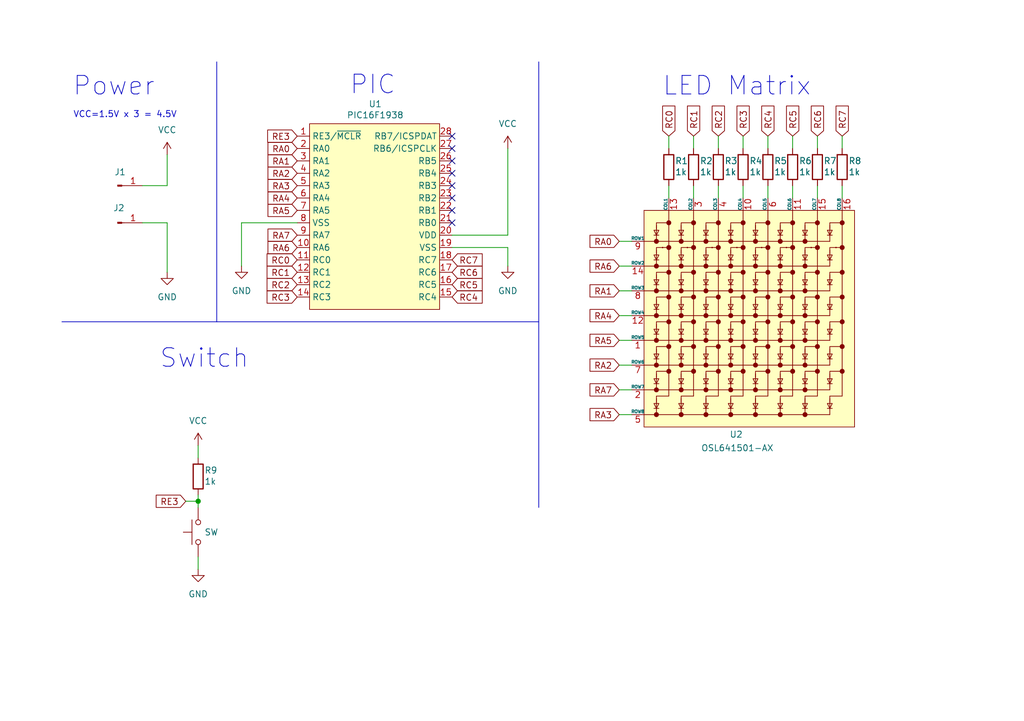
<source format=kicad_sch>
(kicad_sch
	(version 20231120)
	(generator "eeschema")
	(generator_version "8.0")
	(uuid "fa1a0efa-3372-4dc0-935f-2a3d9519dc4e")
	(paper "A5")
	(title_block
		(title "ミニ電光掲示板")
	)
	(lib_symbols
		(symbol "Connector:Conn_01x01_Pin"
			(pin_names
				(offset 1.016) hide)
			(exclude_from_sim no)
			(in_bom yes)
			(on_board yes)
			(property "Reference" "J"
				(at 0 2.54 0)
				(effects
					(font
						(size 1.27 1.27)
					)
				)
			)
			(property "Value" "Conn_01x01_Pin"
				(at 0 -2.54 0)
				(effects
					(font
						(size 1.27 1.27)
					)
				)
			)
			(property "Footprint" ""
				(at 0 0 0)
				(effects
					(font
						(size 1.27 1.27)
					)
					(hide yes)
				)
			)
			(property "Datasheet" "~"
				(at 0 0 0)
				(effects
					(font
						(size 1.27 1.27)
					)
					(hide yes)
				)
			)
			(property "Description" "Generic connector, single row, 01x01, script generated"
				(at 0 0 0)
				(effects
					(font
						(size 1.27 1.27)
					)
					(hide yes)
				)
			)
			(property "ki_locked" ""
				(at 0 0 0)
				(effects
					(font
						(size 1.27 1.27)
					)
				)
			)
			(property "ki_keywords" "connector"
				(at 0 0 0)
				(effects
					(font
						(size 1.27 1.27)
					)
					(hide yes)
				)
			)
			(property "ki_fp_filters" "Connector*:*_1x??_*"
				(at 0 0 0)
				(effects
					(font
						(size 1.27 1.27)
					)
					(hide yes)
				)
			)
			(symbol "Conn_01x01_Pin_1_1"
				(polyline
					(pts
						(xy 1.27 0) (xy 0.8636 0)
					)
					(stroke
						(width 0.1524)
						(type default)
					)
					(fill
						(type none)
					)
				)
				(rectangle
					(start 0.8636 0.127)
					(end 0 -0.127)
					(stroke
						(width 0.1524)
						(type default)
					)
					(fill
						(type outline)
					)
				)
				(pin passive line
					(at 5.08 0 180)
					(length 3.81)
					(name "Pin_1"
						(effects
							(font
								(size 1.27 1.27)
							)
						)
					)
					(number "1"
						(effects
							(font
								(size 1.27 1.27)
							)
						)
					)
				)
			)
		)
		(symbol "Device:R"
			(pin_numbers hide)
			(pin_names
				(offset 0)
			)
			(exclude_from_sim no)
			(in_bom yes)
			(on_board yes)
			(property "Reference" "R"
				(at 2.032 0 90)
				(effects
					(font
						(size 1.27 1.27)
					)
				)
			)
			(property "Value" "R"
				(at 0 0 90)
				(effects
					(font
						(size 1.27 1.27)
					)
				)
			)
			(property "Footprint" ""
				(at -1.778 0 90)
				(effects
					(font
						(size 1.27 1.27)
					)
					(hide yes)
				)
			)
			(property "Datasheet" "~"
				(at 0 0 0)
				(effects
					(font
						(size 1.27 1.27)
					)
					(hide yes)
				)
			)
			(property "Description" "Resistor"
				(at 0 0 0)
				(effects
					(font
						(size 1.27 1.27)
					)
					(hide yes)
				)
			)
			(property "ki_keywords" "R res resistor"
				(at 0 0 0)
				(effects
					(font
						(size 1.27 1.27)
					)
					(hide yes)
				)
			)
			(property "ki_fp_filters" "R_*"
				(at 0 0 0)
				(effects
					(font
						(size 1.27 1.27)
					)
					(hide yes)
				)
			)
			(symbol "R_0_1"
				(rectangle
					(start -1.016 -2.54)
					(end 1.016 2.54)
					(stroke
						(width 0.254)
						(type default)
					)
					(fill
						(type none)
					)
				)
			)
			(symbol "R_1_1"
				(pin passive line
					(at 0 3.81 270)
					(length 1.27)
					(name "~"
						(effects
							(font
								(size 1.27 1.27)
							)
						)
					)
					(number "1"
						(effects
							(font
								(size 1.27 1.27)
							)
						)
					)
				)
				(pin passive line
					(at 0 -3.81 90)
					(length 1.27)
					(name "~"
						(effects
							(font
								(size 1.27 1.27)
							)
						)
					)
					(number "2"
						(effects
							(font
								(size 1.27 1.27)
							)
						)
					)
				)
			)
		)
		(symbol "Switch:SW_Push"
			(pin_numbers hide)
			(pin_names
				(offset 1.016) hide)
			(exclude_from_sim no)
			(in_bom yes)
			(on_board yes)
			(property "Reference" "SW"
				(at 1.27 2.54 0)
				(effects
					(font
						(size 1.27 1.27)
					)
					(justify left)
				)
			)
			(property "Value" "SW_Push"
				(at 0 -1.524 0)
				(effects
					(font
						(size 1.27 1.27)
					)
				)
			)
			(property "Footprint" ""
				(at 0 5.08 0)
				(effects
					(font
						(size 1.27 1.27)
					)
					(hide yes)
				)
			)
			(property "Datasheet" "~"
				(at 0 5.08 0)
				(effects
					(font
						(size 1.27 1.27)
					)
					(hide yes)
				)
			)
			(property "Description" "Push button switch, generic, two pins"
				(at 0 0 0)
				(effects
					(font
						(size 1.27 1.27)
					)
					(hide yes)
				)
			)
			(property "ki_keywords" "switch normally-open pushbutton push-button"
				(at 0 0 0)
				(effects
					(font
						(size 1.27 1.27)
					)
					(hide yes)
				)
			)
			(symbol "SW_Push_0_1"
				(circle
					(center -2.032 0)
					(radius 0.508)
					(stroke
						(width 0)
						(type default)
					)
					(fill
						(type none)
					)
				)
				(polyline
					(pts
						(xy 0 1.27) (xy 0 3.048)
					)
					(stroke
						(width 0)
						(type default)
					)
					(fill
						(type none)
					)
				)
				(polyline
					(pts
						(xy 2.54 1.27) (xy -2.54 1.27)
					)
					(stroke
						(width 0)
						(type default)
					)
					(fill
						(type none)
					)
				)
				(circle
					(center 2.032 0)
					(radius 0.508)
					(stroke
						(width 0)
						(type default)
					)
					(fill
						(type none)
					)
				)
				(pin passive line
					(at -5.08 0 0)
					(length 2.54)
					(name "1"
						(effects
							(font
								(size 1.27 1.27)
							)
						)
					)
					(number "1"
						(effects
							(font
								(size 1.27 1.27)
							)
						)
					)
				)
				(pin passive line
					(at 5.08 0 180)
					(length 2.54)
					(name "2"
						(effects
							(font
								(size 1.27 1.27)
							)
						)
					)
					(number "2"
						(effects
							(font
								(size 1.27 1.27)
							)
						)
					)
				)
			)
		)
		(symbol "mylib:OSL641501-AX"
			(pin_names
				(offset 0)
			)
			(exclude_from_sim no)
			(in_bom yes)
			(on_board yes)
			(property "Reference" "U"
				(at 24.892 -47.244 0)
				(effects
					(font
						(size 1.27 1.27)
					)
				)
			)
			(property "Value" "OSL641501-AX"
				(at 25.4 -49.276 0)
				(effects
					(font
						(size 1.27 1.27)
					)
				)
			)
			(property "Footprint" ""
				(at 0 11.938 0)
				(effects
					(font
						(size 1.27 1.27)
					)
					(hide yes)
				)
			)
			(property "Datasheet" ""
				(at 0 11.938 0)
				(effects
					(font
						(size 1.27 1.27)
					)
					(hide yes)
				)
			)
			(property "Description" ""
				(at 0 11.938 0)
				(effects
					(font
						(size 1.27 1.27)
					)
					(hide yes)
				)
			)
			(symbol "OSL641501-AX_0_1"
				(polyline
					(pts
						(xy 1.27 -1.27) (xy 1.27 -1.27)
					)
					(stroke
						(width 0.508)
						(type default)
					)
					(fill
						(type none)
					)
				)
				(polyline
					(pts
						(xy 6.35 -43.18) (xy 3.81 -43.18)
					)
					(stroke
						(width 0)
						(type default)
					)
					(fill
						(type none)
					)
				)
				(polyline
					(pts
						(xy 6.35 -43.18) (xy 6.35 -43.18)
					)
					(stroke
						(width 0.508)
						(type default)
					)
					(fill
						(type none)
					)
				)
				(polyline
					(pts
						(xy 6.35 -43.18) (xy 6.35 -39.878)
					)
					(stroke
						(width 0)
						(type default)
					)
					(fill
						(type none)
					)
				)
				(polyline
					(pts
						(xy 6.35 -38.1) (xy 3.81 -38.1)
					)
					(stroke
						(width 0)
						(type default)
					)
					(fill
						(type none)
					)
				)
				(polyline
					(pts
						(xy 6.35 -38.1) (xy 6.35 -38.1)
					)
					(stroke
						(width 0.508)
						(type default)
					)
					(fill
						(type none)
					)
				)
				(polyline
					(pts
						(xy 6.35 -38.1) (xy 6.35 -34.798)
					)
					(stroke
						(width 0)
						(type default)
					)
					(fill
						(type none)
					)
				)
				(polyline
					(pts
						(xy 6.35 -33.02) (xy 3.81 -33.02)
					)
					(stroke
						(width 0)
						(type default)
					)
					(fill
						(type none)
					)
				)
				(polyline
					(pts
						(xy 6.35 -33.02) (xy 6.35 -33.02)
					)
					(stroke
						(width 0.508)
						(type default)
					)
					(fill
						(type none)
					)
				)
				(polyline
					(pts
						(xy 6.35 -33.02) (xy 6.35 -29.718)
					)
					(stroke
						(width 0)
						(type default)
					)
					(fill
						(type none)
					)
				)
				(polyline
					(pts
						(xy 6.35 -27.94) (xy 3.81 -27.94)
					)
					(stroke
						(width 0)
						(type default)
					)
					(fill
						(type none)
					)
				)
				(polyline
					(pts
						(xy 6.35 -27.94) (xy 6.35 -27.94)
					)
					(stroke
						(width 0.508)
						(type default)
					)
					(fill
						(type none)
					)
				)
				(polyline
					(pts
						(xy 6.35 -27.94) (xy 6.35 -24.638)
					)
					(stroke
						(width 0)
						(type default)
					)
					(fill
						(type none)
					)
				)
				(polyline
					(pts
						(xy 6.35 -22.86) (xy 3.81 -22.86)
					)
					(stroke
						(width 0)
						(type default)
					)
					(fill
						(type none)
					)
				)
				(polyline
					(pts
						(xy 6.35 -22.86) (xy 6.35 -22.86)
					)
					(stroke
						(width 0.508)
						(type default)
					)
					(fill
						(type none)
					)
				)
				(polyline
					(pts
						(xy 6.35 -22.86) (xy 6.35 -19.558)
					)
					(stroke
						(width 0)
						(type default)
					)
					(fill
						(type none)
					)
				)
				(polyline
					(pts
						(xy 6.35 -17.78) (xy 3.81 -17.78)
					)
					(stroke
						(width 0)
						(type default)
					)
					(fill
						(type none)
					)
				)
				(polyline
					(pts
						(xy 6.35 -17.78) (xy 6.35 -17.78)
					)
					(stroke
						(width 0.508)
						(type default)
					)
					(fill
						(type none)
					)
				)
				(polyline
					(pts
						(xy 6.35 -17.78) (xy 6.35 -14.478)
					)
					(stroke
						(width 0)
						(type default)
					)
					(fill
						(type none)
					)
				)
				(polyline
					(pts
						(xy 6.35 -12.7) (xy 3.81 -12.7)
					)
					(stroke
						(width 0)
						(type default)
					)
					(fill
						(type none)
					)
				)
				(polyline
					(pts
						(xy 6.35 -12.7) (xy 6.35 -12.7)
					)
					(stroke
						(width 0.508)
						(type default)
					)
					(fill
						(type none)
					)
				)
				(polyline
					(pts
						(xy 6.35 -12.7) (xy 6.35 -12.7)
					)
					(stroke
						(width 0.508)
						(type default)
					)
					(fill
						(type none)
					)
				)
				(polyline
					(pts
						(xy 6.35 -12.7) (xy 6.35 -12.7)
					)
					(stroke
						(width 0.508)
						(type default)
					)
					(fill
						(type none)
					)
				)
				(polyline
					(pts
						(xy 6.35 -12.7) (xy 6.35 -12.7)
					)
					(stroke
						(width 0.508)
						(type default)
					)
					(fill
						(type none)
					)
				)
				(polyline
					(pts
						(xy 6.35 -12.7) (xy 6.35 -9.398)
					)
					(stroke
						(width 0)
						(type default)
					)
					(fill
						(type none)
					)
				)
				(polyline
					(pts
						(xy 6.35 -7.62) (xy 3.81 -7.62)
					)
					(stroke
						(width 0)
						(type default)
					)
					(fill
						(type none)
					)
				)
				(polyline
					(pts
						(xy 6.35 -7.62) (xy 6.35 -7.62)
					)
					(stroke
						(width 0.508)
						(type default)
					)
					(fill
						(type none)
					)
				)
				(polyline
					(pts
						(xy 6.35 -7.62) (xy 6.35 -4.318)
					)
					(stroke
						(width 0)
						(type default)
					)
					(fill
						(type none)
					)
				)
				(polyline
					(pts
						(xy 6.858 -41.91) (xy 5.842 -41.91)
					)
					(stroke
						(width 0)
						(type default)
					)
					(fill
						(type none)
					)
				)
				(polyline
					(pts
						(xy 6.858 -36.83) (xy 5.842 -36.83)
					)
					(stroke
						(width 0)
						(type default)
					)
					(fill
						(type none)
					)
				)
				(polyline
					(pts
						(xy 6.858 -31.75) (xy 5.842 -31.75)
					)
					(stroke
						(width 0)
						(type default)
					)
					(fill
						(type none)
					)
				)
				(polyline
					(pts
						(xy 6.858 -26.67) (xy 5.842 -26.67)
					)
					(stroke
						(width 0)
						(type default)
					)
					(fill
						(type none)
					)
				)
				(polyline
					(pts
						(xy 6.858 -21.59) (xy 5.842 -21.59)
					)
					(stroke
						(width 0)
						(type default)
					)
					(fill
						(type none)
					)
				)
				(polyline
					(pts
						(xy 6.858 -16.51) (xy 5.842 -16.51)
					)
					(stroke
						(width 0)
						(type default)
					)
					(fill
						(type none)
					)
				)
				(polyline
					(pts
						(xy 6.858 -11.43) (xy 5.842 -11.43)
					)
					(stroke
						(width 0)
						(type default)
					)
					(fill
						(type none)
					)
				)
				(polyline
					(pts
						(xy 6.858 -6.35) (xy 5.842 -6.35)
					)
					(stroke
						(width 0)
						(type default)
					)
					(fill
						(type none)
					)
				)
				(polyline
					(pts
						(xy 8.89 -1.27) (xy 8.89 -39.37)
					)
					(stroke
						(width 0)
						(type default)
					)
					(fill
						(type none)
					)
				)
				(polyline
					(pts
						(xy 11.43 -43.18) (xy 6.35 -43.18)
					)
					(stroke
						(width 0)
						(type default)
					)
					(fill
						(type none)
					)
				)
				(polyline
					(pts
						(xy 11.43 -43.18) (xy 11.43 -43.18)
					)
					(stroke
						(width 0.508)
						(type default)
					)
					(fill
						(type none)
					)
				)
				(polyline
					(pts
						(xy 11.43 -43.18) (xy 11.43 -39.878)
					)
					(stroke
						(width 0)
						(type default)
					)
					(fill
						(type none)
					)
				)
				(polyline
					(pts
						(xy 11.43 -38.1) (xy 6.35 -38.1)
					)
					(stroke
						(width 0)
						(type default)
					)
					(fill
						(type none)
					)
				)
				(polyline
					(pts
						(xy 11.43 -38.1) (xy 11.43 -38.1)
					)
					(stroke
						(width 0.508)
						(type default)
					)
					(fill
						(type none)
					)
				)
				(polyline
					(pts
						(xy 11.43 -38.1) (xy 11.43 -34.798)
					)
					(stroke
						(width 0)
						(type default)
					)
					(fill
						(type none)
					)
				)
				(polyline
					(pts
						(xy 11.43 -33.02) (xy 6.35 -33.02)
					)
					(stroke
						(width 0)
						(type default)
					)
					(fill
						(type none)
					)
				)
				(polyline
					(pts
						(xy 11.43 -33.02) (xy 11.43 -33.02)
					)
					(stroke
						(width 0.508)
						(type default)
					)
					(fill
						(type none)
					)
				)
				(polyline
					(pts
						(xy 11.43 -33.02) (xy 11.43 -29.718)
					)
					(stroke
						(width 0)
						(type default)
					)
					(fill
						(type none)
					)
				)
				(polyline
					(pts
						(xy 11.43 -27.94) (xy 6.35 -27.94)
					)
					(stroke
						(width 0)
						(type default)
					)
					(fill
						(type none)
					)
				)
				(polyline
					(pts
						(xy 11.43 -27.94) (xy 11.43 -27.94)
					)
					(stroke
						(width 0.508)
						(type default)
					)
					(fill
						(type none)
					)
				)
				(polyline
					(pts
						(xy 11.43 -27.94) (xy 11.43 -24.638)
					)
					(stroke
						(width 0)
						(type default)
					)
					(fill
						(type none)
					)
				)
				(polyline
					(pts
						(xy 11.43 -22.86) (xy 6.35 -22.86)
					)
					(stroke
						(width 0)
						(type default)
					)
					(fill
						(type none)
					)
				)
				(polyline
					(pts
						(xy 11.43 -22.86) (xy 11.43 -22.86)
					)
					(stroke
						(width 0.508)
						(type default)
					)
					(fill
						(type none)
					)
				)
				(polyline
					(pts
						(xy 11.43 -22.86) (xy 11.43 -19.558)
					)
					(stroke
						(width 0)
						(type default)
					)
					(fill
						(type none)
					)
				)
				(polyline
					(pts
						(xy 11.43 -17.78) (xy 6.35 -17.78)
					)
					(stroke
						(width 0)
						(type default)
					)
					(fill
						(type none)
					)
				)
				(polyline
					(pts
						(xy 11.43 -17.78) (xy 11.43 -17.78)
					)
					(stroke
						(width 0.508)
						(type default)
					)
					(fill
						(type none)
					)
				)
				(polyline
					(pts
						(xy 11.43 -17.78) (xy 11.43 -14.478)
					)
					(stroke
						(width 0)
						(type default)
					)
					(fill
						(type none)
					)
				)
				(polyline
					(pts
						(xy 11.43 -12.7) (xy 6.35 -12.7)
					)
					(stroke
						(width 0)
						(type default)
					)
					(fill
						(type none)
					)
				)
				(polyline
					(pts
						(xy 11.43 -12.7) (xy 11.43 -12.7)
					)
					(stroke
						(width 0.508)
						(type default)
					)
					(fill
						(type none)
					)
				)
				(polyline
					(pts
						(xy 11.43 -12.7) (xy 11.43 -9.398)
					)
					(stroke
						(width 0)
						(type default)
					)
					(fill
						(type none)
					)
				)
				(polyline
					(pts
						(xy 11.43 -7.62) (xy 6.35 -7.62)
					)
					(stroke
						(width 0)
						(type default)
					)
					(fill
						(type none)
					)
				)
				(polyline
					(pts
						(xy 11.43 -7.62) (xy 11.43 -7.62)
					)
					(stroke
						(width 0.508)
						(type default)
					)
					(fill
						(type none)
					)
				)
				(polyline
					(pts
						(xy 11.43 -7.62) (xy 11.43 -4.318)
					)
					(stroke
						(width 0)
						(type default)
					)
					(fill
						(type none)
					)
				)
				(polyline
					(pts
						(xy 11.938 -41.91) (xy 10.922 -41.91)
					)
					(stroke
						(width 0)
						(type default)
					)
					(fill
						(type none)
					)
				)
				(polyline
					(pts
						(xy 11.938 -36.83) (xy 10.922 -36.83)
					)
					(stroke
						(width 0)
						(type default)
					)
					(fill
						(type none)
					)
				)
				(polyline
					(pts
						(xy 11.938 -31.75) (xy 10.922 -31.75)
					)
					(stroke
						(width 0)
						(type default)
					)
					(fill
						(type none)
					)
				)
				(polyline
					(pts
						(xy 11.938 -26.67) (xy 10.922 -26.67)
					)
					(stroke
						(width 0)
						(type default)
					)
					(fill
						(type none)
					)
				)
				(polyline
					(pts
						(xy 11.938 -21.59) (xy 10.922 -21.59)
					)
					(stroke
						(width 0)
						(type default)
					)
					(fill
						(type none)
					)
				)
				(polyline
					(pts
						(xy 11.938 -16.51) (xy 10.922 -16.51)
					)
					(stroke
						(width 0)
						(type default)
					)
					(fill
						(type none)
					)
				)
				(polyline
					(pts
						(xy 11.938 -11.43) (xy 10.922 -11.43)
					)
					(stroke
						(width 0)
						(type default)
					)
					(fill
						(type none)
					)
				)
				(polyline
					(pts
						(xy 11.938 -6.35) (xy 10.922 -6.35)
					)
					(stroke
						(width 0)
						(type default)
					)
					(fill
						(type none)
					)
				)
				(polyline
					(pts
						(xy 13.97 -1.27) (xy 13.97 -39.37)
					)
					(stroke
						(width 0)
						(type default)
					)
					(fill
						(type none)
					)
				)
				(polyline
					(pts
						(xy 16.51 -43.18) (xy 11.43 -43.18)
					)
					(stroke
						(width 0)
						(type default)
					)
					(fill
						(type none)
					)
				)
				(polyline
					(pts
						(xy 16.51 -43.18) (xy 16.51 -43.18)
					)
					(stroke
						(width 0.508)
						(type default)
					)
					(fill
						(type none)
					)
				)
				(polyline
					(pts
						(xy 16.51 -43.18) (xy 16.51 -39.878)
					)
					(stroke
						(width 0)
						(type default)
					)
					(fill
						(type none)
					)
				)
				(polyline
					(pts
						(xy 16.51 -38.1) (xy 11.43 -38.1)
					)
					(stroke
						(width 0)
						(type default)
					)
					(fill
						(type none)
					)
				)
				(polyline
					(pts
						(xy 16.51 -38.1) (xy 16.51 -38.1)
					)
					(stroke
						(width 0.508)
						(type default)
					)
					(fill
						(type none)
					)
				)
				(polyline
					(pts
						(xy 16.51 -38.1) (xy 16.51 -34.798)
					)
					(stroke
						(width 0)
						(type default)
					)
					(fill
						(type none)
					)
				)
				(polyline
					(pts
						(xy 16.51 -33.02) (xy 11.43 -33.02)
					)
					(stroke
						(width 0)
						(type default)
					)
					(fill
						(type none)
					)
				)
				(polyline
					(pts
						(xy 16.51 -33.02) (xy 16.51 -33.02)
					)
					(stroke
						(width 0.508)
						(type default)
					)
					(fill
						(type none)
					)
				)
				(polyline
					(pts
						(xy 16.51 -33.02) (xy 16.51 -29.718)
					)
					(stroke
						(width 0)
						(type default)
					)
					(fill
						(type none)
					)
				)
				(polyline
					(pts
						(xy 16.51 -27.94) (xy 11.43 -27.94)
					)
					(stroke
						(width 0)
						(type default)
					)
					(fill
						(type none)
					)
				)
				(polyline
					(pts
						(xy 16.51 -27.94) (xy 16.51 -27.94)
					)
					(stroke
						(width 0.508)
						(type default)
					)
					(fill
						(type none)
					)
				)
				(polyline
					(pts
						(xy 16.51 -27.94) (xy 16.51 -24.638)
					)
					(stroke
						(width 0)
						(type default)
					)
					(fill
						(type none)
					)
				)
				(polyline
					(pts
						(xy 16.51 -22.86) (xy 11.43 -22.86)
					)
					(stroke
						(width 0)
						(type default)
					)
					(fill
						(type none)
					)
				)
				(polyline
					(pts
						(xy 16.51 -22.86) (xy 16.51 -22.86)
					)
					(stroke
						(width 0.508)
						(type default)
					)
					(fill
						(type none)
					)
				)
				(polyline
					(pts
						(xy 16.51 -22.86) (xy 16.51 -19.558)
					)
					(stroke
						(width 0)
						(type default)
					)
					(fill
						(type none)
					)
				)
				(polyline
					(pts
						(xy 16.51 -17.78) (xy 11.43 -17.78)
					)
					(stroke
						(width 0)
						(type default)
					)
					(fill
						(type none)
					)
				)
				(polyline
					(pts
						(xy 16.51 -17.78) (xy 16.51 -17.78)
					)
					(stroke
						(width 0.508)
						(type default)
					)
					(fill
						(type none)
					)
				)
				(polyline
					(pts
						(xy 16.51 -17.78) (xy 16.51 -14.478)
					)
					(stroke
						(width 0)
						(type default)
					)
					(fill
						(type none)
					)
				)
				(polyline
					(pts
						(xy 16.51 -12.7) (xy 11.43 -12.7)
					)
					(stroke
						(width 0)
						(type default)
					)
					(fill
						(type none)
					)
				)
				(polyline
					(pts
						(xy 16.51 -12.7) (xy 16.51 -12.7)
					)
					(stroke
						(width 0.508)
						(type default)
					)
					(fill
						(type none)
					)
				)
				(polyline
					(pts
						(xy 16.51 -12.7) (xy 16.51 -9.398)
					)
					(stroke
						(width 0)
						(type default)
					)
					(fill
						(type none)
					)
				)
				(polyline
					(pts
						(xy 16.51 -7.62) (xy 11.43 -7.62)
					)
					(stroke
						(width 0)
						(type default)
					)
					(fill
						(type none)
					)
				)
				(polyline
					(pts
						(xy 16.51 -7.62) (xy 16.51 -7.62)
					)
					(stroke
						(width 0.508)
						(type default)
					)
					(fill
						(type none)
					)
				)
				(polyline
					(pts
						(xy 16.51 -7.62) (xy 16.51 -4.318)
					)
					(stroke
						(width 0)
						(type default)
					)
					(fill
						(type none)
					)
				)
				(polyline
					(pts
						(xy 17.018 -41.91) (xy 16.002 -41.91)
					)
					(stroke
						(width 0)
						(type default)
					)
					(fill
						(type none)
					)
				)
				(polyline
					(pts
						(xy 17.018 -36.83) (xy 16.002 -36.83)
					)
					(stroke
						(width 0)
						(type default)
					)
					(fill
						(type none)
					)
				)
				(polyline
					(pts
						(xy 17.018 -31.75) (xy 16.002 -31.75)
					)
					(stroke
						(width 0)
						(type default)
					)
					(fill
						(type none)
					)
				)
				(polyline
					(pts
						(xy 17.018 -26.67) (xy 16.002 -26.67)
					)
					(stroke
						(width 0)
						(type default)
					)
					(fill
						(type none)
					)
				)
				(polyline
					(pts
						(xy 17.018 -21.59) (xy 16.002 -21.59)
					)
					(stroke
						(width 0)
						(type default)
					)
					(fill
						(type none)
					)
				)
				(polyline
					(pts
						(xy 17.018 -16.51) (xy 16.002 -16.51)
					)
					(stroke
						(width 0)
						(type default)
					)
					(fill
						(type none)
					)
				)
				(polyline
					(pts
						(xy 17.018 -11.43) (xy 16.002 -11.43)
					)
					(stroke
						(width 0)
						(type default)
					)
					(fill
						(type none)
					)
				)
				(polyline
					(pts
						(xy 17.018 -6.35) (xy 16.002 -6.35)
					)
					(stroke
						(width 0)
						(type default)
					)
					(fill
						(type none)
					)
				)
				(polyline
					(pts
						(xy 19.05 -1.27) (xy 19.05 -39.37)
					)
					(stroke
						(width 0)
						(type default)
					)
					(fill
						(type none)
					)
				)
				(polyline
					(pts
						(xy 20.32 -7.62) (xy 20.32 -7.62)
					)
					(stroke
						(width 0)
						(type default)
					)
					(fill
						(type none)
					)
				)
				(polyline
					(pts
						(xy 21.59 -43.18) (xy 16.51 -43.18)
					)
					(stroke
						(width 0)
						(type default)
					)
					(fill
						(type none)
					)
				)
				(polyline
					(pts
						(xy 21.59 -43.18) (xy 21.59 -43.18)
					)
					(stroke
						(width 0.508)
						(type default)
					)
					(fill
						(type none)
					)
				)
				(polyline
					(pts
						(xy 21.59 -43.18) (xy 21.59 -39.878)
					)
					(stroke
						(width 0)
						(type default)
					)
					(fill
						(type none)
					)
				)
				(polyline
					(pts
						(xy 21.59 -38.1) (xy 16.51 -38.1)
					)
					(stroke
						(width 0)
						(type default)
					)
					(fill
						(type none)
					)
				)
				(polyline
					(pts
						(xy 21.59 -38.1) (xy 21.59 -38.1)
					)
					(stroke
						(width 0.508)
						(type default)
					)
					(fill
						(type none)
					)
				)
				(polyline
					(pts
						(xy 21.59 -38.1) (xy 21.59 -34.798)
					)
					(stroke
						(width 0)
						(type default)
					)
					(fill
						(type none)
					)
				)
				(polyline
					(pts
						(xy 21.59 -33.02) (xy 16.51 -33.02)
					)
					(stroke
						(width 0)
						(type default)
					)
					(fill
						(type none)
					)
				)
				(polyline
					(pts
						(xy 21.59 -33.02) (xy 21.59 -33.02)
					)
					(stroke
						(width 0.508)
						(type default)
					)
					(fill
						(type none)
					)
				)
				(polyline
					(pts
						(xy 21.59 -33.02) (xy 21.59 -29.718)
					)
					(stroke
						(width 0)
						(type default)
					)
					(fill
						(type none)
					)
				)
				(polyline
					(pts
						(xy 21.59 -27.94) (xy 16.51 -27.94)
					)
					(stroke
						(width 0)
						(type default)
					)
					(fill
						(type none)
					)
				)
				(polyline
					(pts
						(xy 21.59 -27.94) (xy 21.59 -27.94)
					)
					(stroke
						(width 0.508)
						(type default)
					)
					(fill
						(type none)
					)
				)
				(polyline
					(pts
						(xy 21.59 -27.94) (xy 21.59 -24.638)
					)
					(stroke
						(width 0)
						(type default)
					)
					(fill
						(type none)
					)
				)
				(polyline
					(pts
						(xy 21.59 -22.86) (xy 16.51 -22.86)
					)
					(stroke
						(width 0)
						(type default)
					)
					(fill
						(type none)
					)
				)
				(polyline
					(pts
						(xy 21.59 -22.86) (xy 21.59 -22.86)
					)
					(stroke
						(width 0.508)
						(type default)
					)
					(fill
						(type none)
					)
				)
				(polyline
					(pts
						(xy 21.59 -22.86) (xy 21.59 -19.558)
					)
					(stroke
						(width 0)
						(type default)
					)
					(fill
						(type none)
					)
				)
				(polyline
					(pts
						(xy 21.59 -17.78) (xy 16.51 -17.78)
					)
					(stroke
						(width 0)
						(type default)
					)
					(fill
						(type none)
					)
				)
				(polyline
					(pts
						(xy 21.59 -17.78) (xy 21.59 -17.78)
					)
					(stroke
						(width 0.508)
						(type default)
					)
					(fill
						(type none)
					)
				)
				(polyline
					(pts
						(xy 21.59 -17.78) (xy 21.59 -14.478)
					)
					(stroke
						(width 0)
						(type default)
					)
					(fill
						(type none)
					)
				)
				(polyline
					(pts
						(xy 21.59 -12.7) (xy 16.51 -12.7)
					)
					(stroke
						(width 0)
						(type default)
					)
					(fill
						(type none)
					)
				)
				(polyline
					(pts
						(xy 21.59 -12.7) (xy 21.59 -12.7)
					)
					(stroke
						(width 0.508)
						(type default)
					)
					(fill
						(type none)
					)
				)
				(polyline
					(pts
						(xy 21.59 -12.7) (xy 21.59 -9.398)
					)
					(stroke
						(width 0)
						(type default)
					)
					(fill
						(type none)
					)
				)
				(polyline
					(pts
						(xy 21.59 -7.62) (xy 16.51 -7.62)
					)
					(stroke
						(width 0)
						(type default)
					)
					(fill
						(type none)
					)
				)
				(polyline
					(pts
						(xy 21.59 -7.62) (xy 21.59 -7.62)
					)
					(stroke
						(width 0.508)
						(type default)
					)
					(fill
						(type none)
					)
				)
				(polyline
					(pts
						(xy 21.59 -7.62) (xy 21.59 -4.318)
					)
					(stroke
						(width 0)
						(type default)
					)
					(fill
						(type none)
					)
				)
				(polyline
					(pts
						(xy 22.098 -41.91) (xy 21.082 -41.91)
					)
					(stroke
						(width 0)
						(type default)
					)
					(fill
						(type none)
					)
				)
				(polyline
					(pts
						(xy 22.098 -36.83) (xy 21.082 -36.83)
					)
					(stroke
						(width 0)
						(type default)
					)
					(fill
						(type none)
					)
				)
				(polyline
					(pts
						(xy 22.098 -31.75) (xy 21.082 -31.75)
					)
					(stroke
						(width 0)
						(type default)
					)
					(fill
						(type none)
					)
				)
				(polyline
					(pts
						(xy 22.098 -26.67) (xy 21.082 -26.67)
					)
					(stroke
						(width 0)
						(type default)
					)
					(fill
						(type none)
					)
				)
				(polyline
					(pts
						(xy 22.098 -21.59) (xy 21.082 -21.59)
					)
					(stroke
						(width 0)
						(type default)
					)
					(fill
						(type none)
					)
				)
				(polyline
					(pts
						(xy 22.098 -16.51) (xy 21.082 -16.51)
					)
					(stroke
						(width 0)
						(type default)
					)
					(fill
						(type none)
					)
				)
				(polyline
					(pts
						(xy 22.098 -11.43) (xy 21.082 -11.43)
					)
					(stroke
						(width 0)
						(type default)
					)
					(fill
						(type none)
					)
				)
				(polyline
					(pts
						(xy 22.098 -6.35) (xy 21.082 -6.35)
					)
					(stroke
						(width 0)
						(type default)
					)
					(fill
						(type none)
					)
				)
				(polyline
					(pts
						(xy 24.13 -8.89) (xy 24.13 -8.89)
					)
					(stroke
						(width 0)
						(type default)
					)
					(fill
						(type none)
					)
				)
				(polyline
					(pts
						(xy 24.13 -1.27) (xy 24.13 -39.37)
					)
					(stroke
						(width 0)
						(type default)
					)
					(fill
						(type none)
					)
				)
				(polyline
					(pts
						(xy 26.67 -43.18) (xy 21.59 -43.18)
					)
					(stroke
						(width 0)
						(type default)
					)
					(fill
						(type none)
					)
				)
				(polyline
					(pts
						(xy 26.67 -43.18) (xy 26.67 -43.18)
					)
					(stroke
						(width 0.508)
						(type default)
					)
					(fill
						(type none)
					)
				)
				(polyline
					(pts
						(xy 26.67 -43.18) (xy 26.67 -39.878)
					)
					(stroke
						(width 0)
						(type default)
					)
					(fill
						(type none)
					)
				)
				(polyline
					(pts
						(xy 26.67 -38.1) (xy 21.59 -38.1)
					)
					(stroke
						(width 0)
						(type default)
					)
					(fill
						(type none)
					)
				)
				(polyline
					(pts
						(xy 26.67 -38.1) (xy 26.67 -38.1)
					)
					(stroke
						(width 0.508)
						(type default)
					)
					(fill
						(type none)
					)
				)
				(polyline
					(pts
						(xy 26.67 -38.1) (xy 26.67 -34.798)
					)
					(stroke
						(width 0)
						(type default)
					)
					(fill
						(type none)
					)
				)
				(polyline
					(pts
						(xy 26.67 -33.02) (xy 21.59 -33.02)
					)
					(stroke
						(width 0)
						(type default)
					)
					(fill
						(type none)
					)
				)
				(polyline
					(pts
						(xy 26.67 -33.02) (xy 26.67 -33.02)
					)
					(stroke
						(width 0.508)
						(type default)
					)
					(fill
						(type none)
					)
				)
				(polyline
					(pts
						(xy 26.67 -33.02) (xy 26.67 -29.718)
					)
					(stroke
						(width 0)
						(type default)
					)
					(fill
						(type none)
					)
				)
				(polyline
					(pts
						(xy 26.67 -27.94) (xy 21.59 -27.94)
					)
					(stroke
						(width 0)
						(type default)
					)
					(fill
						(type none)
					)
				)
				(polyline
					(pts
						(xy 26.67 -27.94) (xy 26.67 -27.94)
					)
					(stroke
						(width 0.508)
						(type default)
					)
					(fill
						(type none)
					)
				)
				(polyline
					(pts
						(xy 26.67 -27.94) (xy 26.67 -24.638)
					)
					(stroke
						(width 0)
						(type default)
					)
					(fill
						(type none)
					)
				)
				(polyline
					(pts
						(xy 26.67 -22.86) (xy 21.59 -22.86)
					)
					(stroke
						(width 0)
						(type default)
					)
					(fill
						(type none)
					)
				)
				(polyline
					(pts
						(xy 26.67 -22.86) (xy 26.67 -22.86)
					)
					(stroke
						(width 0.508)
						(type default)
					)
					(fill
						(type none)
					)
				)
				(polyline
					(pts
						(xy 26.67 -22.86) (xy 26.67 -19.558)
					)
					(stroke
						(width 0)
						(type default)
					)
					(fill
						(type none)
					)
				)
				(polyline
					(pts
						(xy 26.67 -17.78) (xy 21.59 -17.78)
					)
					(stroke
						(width 0)
						(type default)
					)
					(fill
						(type none)
					)
				)
				(polyline
					(pts
						(xy 26.67 -17.78) (xy 26.67 -17.78)
					)
					(stroke
						(width 0.508)
						(type default)
					)
					(fill
						(type none)
					)
				)
				(polyline
					(pts
						(xy 26.67 -17.78) (xy 26.67 -14.478)
					)
					(stroke
						(width 0)
						(type default)
					)
					(fill
						(type none)
					)
				)
				(polyline
					(pts
						(xy 26.67 -12.7) (xy 21.59 -12.7)
					)
					(stroke
						(width 0)
						(type default)
					)
					(fill
						(type none)
					)
				)
				(polyline
					(pts
						(xy 26.67 -12.7) (xy 26.67 -12.7)
					)
					(stroke
						(width 0.508)
						(type default)
					)
					(fill
						(type none)
					)
				)
				(polyline
					(pts
						(xy 26.67 -12.7) (xy 26.67 -9.398)
					)
					(stroke
						(width 0)
						(type default)
					)
					(fill
						(type none)
					)
				)
				(polyline
					(pts
						(xy 26.67 -7.62) (xy 21.59 -7.62)
					)
					(stroke
						(width 0)
						(type default)
					)
					(fill
						(type none)
					)
				)
				(polyline
					(pts
						(xy 26.67 -7.62) (xy 26.67 -7.62)
					)
					(stroke
						(width 0.508)
						(type default)
					)
					(fill
						(type none)
					)
				)
				(polyline
					(pts
						(xy 26.67 -7.62) (xy 26.67 -4.318)
					)
					(stroke
						(width 0)
						(type default)
					)
					(fill
						(type none)
					)
				)
				(polyline
					(pts
						(xy 27.178 -41.91) (xy 26.162 -41.91)
					)
					(stroke
						(width 0)
						(type default)
					)
					(fill
						(type none)
					)
				)
				(polyline
					(pts
						(xy 27.178 -36.83) (xy 26.162 -36.83)
					)
					(stroke
						(width 0)
						(type default)
					)
					(fill
						(type none)
					)
				)
				(polyline
					(pts
						(xy 27.178 -31.75) (xy 26.162 -31.75)
					)
					(stroke
						(width 0)
						(type default)
					)
					(fill
						(type none)
					)
				)
				(polyline
					(pts
						(xy 27.178 -26.67) (xy 26.162 -26.67)
					)
					(stroke
						(width 0)
						(type default)
					)
					(fill
						(type none)
					)
				)
				(polyline
					(pts
						(xy 27.178 -21.59) (xy 26.162 -21.59)
					)
					(stroke
						(width 0)
						(type default)
					)
					(fill
						(type none)
					)
				)
				(polyline
					(pts
						(xy 27.178 -16.51) (xy 26.162 -16.51)
					)
					(stroke
						(width 0)
						(type default)
					)
					(fill
						(type none)
					)
				)
				(polyline
					(pts
						(xy 27.178 -11.43) (xy 26.162 -11.43)
					)
					(stroke
						(width 0)
						(type default)
					)
					(fill
						(type none)
					)
				)
				(polyline
					(pts
						(xy 27.178 -6.35) (xy 26.162 -6.35)
					)
					(stroke
						(width 0)
						(type default)
					)
					(fill
						(type none)
					)
				)
				(polyline
					(pts
						(xy 29.21 -1.27) (xy 29.21 -39.37)
					)
					(stroke
						(width 0)
						(type default)
					)
					(fill
						(type none)
					)
				)
				(polyline
					(pts
						(xy 31.75 -43.18) (xy 26.67 -43.18)
					)
					(stroke
						(width 0)
						(type default)
					)
					(fill
						(type none)
					)
				)
				(polyline
					(pts
						(xy 31.75 -43.18) (xy 31.75 -43.18)
					)
					(stroke
						(width 0.508)
						(type default)
					)
					(fill
						(type none)
					)
				)
				(polyline
					(pts
						(xy 31.75 -43.18) (xy 31.75 -39.878)
					)
					(stroke
						(width 0)
						(type default)
					)
					(fill
						(type none)
					)
				)
				(polyline
					(pts
						(xy 31.75 -38.1) (xy 26.67 -38.1)
					)
					(stroke
						(width 0)
						(type default)
					)
					(fill
						(type none)
					)
				)
				(polyline
					(pts
						(xy 31.75 -38.1) (xy 31.75 -38.1)
					)
					(stroke
						(width 0.508)
						(type default)
					)
					(fill
						(type none)
					)
				)
				(polyline
					(pts
						(xy 31.75 -38.1) (xy 31.75 -34.798)
					)
					(stroke
						(width 0)
						(type default)
					)
					(fill
						(type none)
					)
				)
				(polyline
					(pts
						(xy 31.75 -33.02) (xy 26.67 -33.02)
					)
					(stroke
						(width 0)
						(type default)
					)
					(fill
						(type none)
					)
				)
				(polyline
					(pts
						(xy 31.75 -33.02) (xy 31.75 -33.02)
					)
					(stroke
						(width 0.508)
						(type default)
					)
					(fill
						(type none)
					)
				)
				(polyline
					(pts
						(xy 31.75 -33.02) (xy 31.75 -29.718)
					)
					(stroke
						(width 0)
						(type default)
					)
					(fill
						(type none)
					)
				)
				(polyline
					(pts
						(xy 31.75 -27.94) (xy 26.67 -27.94)
					)
					(stroke
						(width 0)
						(type default)
					)
					(fill
						(type none)
					)
				)
				(polyline
					(pts
						(xy 31.75 -27.94) (xy 31.75 -27.94)
					)
					(stroke
						(width 0.508)
						(type default)
					)
					(fill
						(type none)
					)
				)
				(polyline
					(pts
						(xy 31.75 -27.94) (xy 31.75 -24.638)
					)
					(stroke
						(width 0)
						(type default)
					)
					(fill
						(type none)
					)
				)
				(polyline
					(pts
						(xy 31.75 -22.86) (xy 26.67 -22.86)
					)
					(stroke
						(width 0)
						(type default)
					)
					(fill
						(type none)
					)
				)
				(polyline
					(pts
						(xy 31.75 -22.86) (xy 31.75 -22.86)
					)
					(stroke
						(width 0.508)
						(type default)
					)
					(fill
						(type none)
					)
				)
				(polyline
					(pts
						(xy 31.75 -22.86) (xy 31.75 -19.558)
					)
					(stroke
						(width 0)
						(type default)
					)
					(fill
						(type none)
					)
				)
				(polyline
					(pts
						(xy 31.75 -17.78) (xy 26.67 -17.78)
					)
					(stroke
						(width 0)
						(type default)
					)
					(fill
						(type none)
					)
				)
				(polyline
					(pts
						(xy 31.75 -17.78) (xy 31.75 -17.78)
					)
					(stroke
						(width 0.508)
						(type default)
					)
					(fill
						(type none)
					)
				)
				(polyline
					(pts
						(xy 31.75 -17.78) (xy 31.75 -14.478)
					)
					(stroke
						(width 0)
						(type default)
					)
					(fill
						(type none)
					)
				)
				(polyline
					(pts
						(xy 31.75 -12.7) (xy 26.67 -12.7)
					)
					(stroke
						(width 0)
						(type default)
					)
					(fill
						(type none)
					)
				)
				(polyline
					(pts
						(xy 31.75 -12.7) (xy 31.75 -12.7)
					)
					(stroke
						(width 0.508)
						(type default)
					)
					(fill
						(type none)
					)
				)
				(polyline
					(pts
						(xy 31.75 -12.7) (xy 31.75 -9.398)
					)
					(stroke
						(width 0)
						(type default)
					)
					(fill
						(type none)
					)
				)
				(polyline
					(pts
						(xy 31.75 -7.62) (xy 26.67 -7.62)
					)
					(stroke
						(width 0)
						(type default)
					)
					(fill
						(type none)
					)
				)
				(polyline
					(pts
						(xy 31.75 -7.62) (xy 31.75 -7.62)
					)
					(stroke
						(width 0.508)
						(type default)
					)
					(fill
						(type none)
					)
				)
				(polyline
					(pts
						(xy 31.75 -7.62) (xy 31.75 -4.318)
					)
					(stroke
						(width 0)
						(type default)
					)
					(fill
						(type none)
					)
				)
				(polyline
					(pts
						(xy 32.258 -41.91) (xy 31.242 -41.91)
					)
					(stroke
						(width 0)
						(type default)
					)
					(fill
						(type none)
					)
				)
				(polyline
					(pts
						(xy 32.258 -36.83) (xy 31.242 -36.83)
					)
					(stroke
						(width 0)
						(type default)
					)
					(fill
						(type none)
					)
				)
				(polyline
					(pts
						(xy 32.258 -31.75) (xy 31.242 -31.75)
					)
					(stroke
						(width 0)
						(type default)
					)
					(fill
						(type none)
					)
				)
				(polyline
					(pts
						(xy 32.258 -26.67) (xy 31.242 -26.67)
					)
					(stroke
						(width 0)
						(type default)
					)
					(fill
						(type none)
					)
				)
				(polyline
					(pts
						(xy 32.258 -21.59) (xy 31.242 -21.59)
					)
					(stroke
						(width 0)
						(type default)
					)
					(fill
						(type none)
					)
				)
				(polyline
					(pts
						(xy 32.258 -16.51) (xy 31.242 -16.51)
					)
					(stroke
						(width 0)
						(type default)
					)
					(fill
						(type none)
					)
				)
				(polyline
					(pts
						(xy 32.258 -11.43) (xy 31.242 -11.43)
					)
					(stroke
						(width 0)
						(type default)
					)
					(fill
						(type none)
					)
				)
				(polyline
					(pts
						(xy 32.258 -6.35) (xy 31.242 -6.35)
					)
					(stroke
						(width 0)
						(type default)
					)
					(fill
						(type none)
					)
				)
				(polyline
					(pts
						(xy 34.29 -1.27) (xy 34.29 -39.37)
					)
					(stroke
						(width 0)
						(type default)
					)
					(fill
						(type none)
					)
				)
				(polyline
					(pts
						(xy 36.83 -43.18) (xy 31.75 -43.18)
					)
					(stroke
						(width 0)
						(type default)
					)
					(fill
						(type none)
					)
				)
				(polyline
					(pts
						(xy 36.83 -43.18) (xy 36.83 -43.18)
					)
					(stroke
						(width 0.508)
						(type default)
					)
					(fill
						(type none)
					)
				)
				(polyline
					(pts
						(xy 36.83 -43.18) (xy 36.83 -39.878)
					)
					(stroke
						(width 0)
						(type default)
					)
					(fill
						(type none)
					)
				)
				(polyline
					(pts
						(xy 36.83 -38.1) (xy 31.75 -38.1)
					)
					(stroke
						(width 0)
						(type default)
					)
					(fill
						(type none)
					)
				)
				(polyline
					(pts
						(xy 36.83 -38.1) (xy 36.83 -38.1)
					)
					(stroke
						(width 0.508)
						(type default)
					)
					(fill
						(type none)
					)
				)
				(polyline
					(pts
						(xy 36.83 -38.1) (xy 36.83 -34.798)
					)
					(stroke
						(width 0)
						(type default)
					)
					(fill
						(type none)
					)
				)
				(polyline
					(pts
						(xy 36.83 -33.02) (xy 31.75 -33.02)
					)
					(stroke
						(width 0)
						(type default)
					)
					(fill
						(type none)
					)
				)
				(polyline
					(pts
						(xy 36.83 -33.02) (xy 36.83 -33.02)
					)
					(stroke
						(width 0.508)
						(type default)
					)
					(fill
						(type none)
					)
				)
				(polyline
					(pts
						(xy 36.83 -33.02) (xy 36.83 -29.718)
					)
					(stroke
						(width 0)
						(type default)
					)
					(fill
						(type none)
					)
				)
				(polyline
					(pts
						(xy 36.83 -27.94) (xy 31.75 -27.94)
					)
					(stroke
						(width 0)
						(type default)
					)
					(fill
						(type none)
					)
				)
				(polyline
					(pts
						(xy 36.83 -27.94) (xy 36.83 -27.94)
					)
					(stroke
						(width 0.508)
						(type default)
					)
					(fill
						(type none)
					)
				)
				(polyline
					(pts
						(xy 36.83 -27.94) (xy 36.83 -24.638)
					)
					(stroke
						(width 0)
						(type default)
					)
					(fill
						(type none)
					)
				)
				(polyline
					(pts
						(xy 36.83 -22.86) (xy 31.75 -22.86)
					)
					(stroke
						(width 0)
						(type default)
					)
					(fill
						(type none)
					)
				)
				(polyline
					(pts
						(xy 36.83 -22.86) (xy 36.83 -22.86)
					)
					(stroke
						(width 0.508)
						(type default)
					)
					(fill
						(type none)
					)
				)
				(polyline
					(pts
						(xy 36.83 -22.86) (xy 36.83 -19.558)
					)
					(stroke
						(width 0)
						(type default)
					)
					(fill
						(type none)
					)
				)
				(polyline
					(pts
						(xy 36.83 -17.78) (xy 31.75 -17.78)
					)
					(stroke
						(width 0)
						(type default)
					)
					(fill
						(type none)
					)
				)
				(polyline
					(pts
						(xy 36.83 -17.78) (xy 36.83 -17.78)
					)
					(stroke
						(width 0.508)
						(type default)
					)
					(fill
						(type none)
					)
				)
				(polyline
					(pts
						(xy 36.83 -17.78) (xy 36.83 -14.478)
					)
					(stroke
						(width 0)
						(type default)
					)
					(fill
						(type none)
					)
				)
				(polyline
					(pts
						(xy 36.83 -12.7) (xy 31.75 -12.7)
					)
					(stroke
						(width 0)
						(type default)
					)
					(fill
						(type none)
					)
				)
				(polyline
					(pts
						(xy 36.83 -12.7) (xy 36.83 -12.7)
					)
					(stroke
						(width 0.508)
						(type default)
					)
					(fill
						(type none)
					)
				)
				(polyline
					(pts
						(xy 36.83 -12.7) (xy 36.83 -9.398)
					)
					(stroke
						(width 0)
						(type default)
					)
					(fill
						(type none)
					)
				)
				(polyline
					(pts
						(xy 36.83 -7.62) (xy 31.75 -7.62)
					)
					(stroke
						(width 0)
						(type default)
					)
					(fill
						(type none)
					)
				)
				(polyline
					(pts
						(xy 36.83 -7.62) (xy 36.83 -7.62)
					)
					(stroke
						(width 0.508)
						(type default)
					)
					(fill
						(type none)
					)
				)
				(polyline
					(pts
						(xy 36.83 -7.62) (xy 36.83 -4.318)
					)
					(stroke
						(width 0)
						(type default)
					)
					(fill
						(type none)
					)
				)
				(polyline
					(pts
						(xy 37.338 -41.91) (xy 36.322 -41.91)
					)
					(stroke
						(width 0)
						(type default)
					)
					(fill
						(type none)
					)
				)
				(polyline
					(pts
						(xy 37.338 -36.83) (xy 36.322 -36.83)
					)
					(stroke
						(width 0)
						(type default)
					)
					(fill
						(type none)
					)
				)
				(polyline
					(pts
						(xy 37.338 -31.75) (xy 36.322 -31.75)
					)
					(stroke
						(width 0)
						(type default)
					)
					(fill
						(type none)
					)
				)
				(polyline
					(pts
						(xy 37.338 -26.67) (xy 36.322 -26.67)
					)
					(stroke
						(width 0)
						(type default)
					)
					(fill
						(type none)
					)
				)
				(polyline
					(pts
						(xy 37.338 -21.59) (xy 36.322 -21.59)
					)
					(stroke
						(width 0)
						(type default)
					)
					(fill
						(type none)
					)
				)
				(polyline
					(pts
						(xy 37.338 -16.51) (xy 36.322 -16.51)
					)
					(stroke
						(width 0)
						(type default)
					)
					(fill
						(type none)
					)
				)
				(polyline
					(pts
						(xy 37.338 -11.43) (xy 36.322 -11.43)
					)
					(stroke
						(width 0)
						(type default)
					)
					(fill
						(type none)
					)
				)
				(polyline
					(pts
						(xy 37.338 -6.35) (xy 36.322 -6.35)
					)
					(stroke
						(width 0)
						(type default)
					)
					(fill
						(type none)
					)
				)
				(polyline
					(pts
						(xy 39.37 -1.27) (xy 39.37 -39.37)
					)
					(stroke
						(width 0)
						(type default)
					)
					(fill
						(type none)
					)
				)
				(polyline
					(pts
						(xy 41.91 -43.18) (xy 36.83 -43.18)
					)
					(stroke
						(width 0)
						(type default)
					)
					(fill
						(type none)
					)
				)
				(polyline
					(pts
						(xy 41.91 -43.18) (xy 41.91 -43.18)
					)
					(stroke
						(width 0.508)
						(type default)
					)
					(fill
						(type none)
					)
				)
				(polyline
					(pts
						(xy 41.91 -43.18) (xy 41.91 -39.878)
					)
					(stroke
						(width 0)
						(type default)
					)
					(fill
						(type none)
					)
				)
				(polyline
					(pts
						(xy 41.91 -38.1) (xy 36.83 -38.1)
					)
					(stroke
						(width 0)
						(type default)
					)
					(fill
						(type none)
					)
				)
				(polyline
					(pts
						(xy 41.91 -38.1) (xy 41.91 -38.1)
					)
					(stroke
						(width 0.508)
						(type default)
					)
					(fill
						(type none)
					)
				)
				(polyline
					(pts
						(xy 41.91 -38.1) (xy 41.91 -34.798)
					)
					(stroke
						(width 0)
						(type default)
					)
					(fill
						(type none)
					)
				)
				(polyline
					(pts
						(xy 41.91 -33.02) (xy 36.83 -33.02)
					)
					(stroke
						(width 0)
						(type default)
					)
					(fill
						(type none)
					)
				)
				(polyline
					(pts
						(xy 41.91 -33.02) (xy 41.91 -33.02)
					)
					(stroke
						(width 0.508)
						(type default)
					)
					(fill
						(type none)
					)
				)
				(polyline
					(pts
						(xy 41.91 -33.02) (xy 41.91 -29.718)
					)
					(stroke
						(width 0)
						(type default)
					)
					(fill
						(type none)
					)
				)
				(polyline
					(pts
						(xy 41.91 -27.94) (xy 36.83 -27.94)
					)
					(stroke
						(width 0)
						(type default)
					)
					(fill
						(type none)
					)
				)
				(polyline
					(pts
						(xy 41.91 -27.94) (xy 41.91 -27.94)
					)
					(stroke
						(width 0.508)
						(type default)
					)
					(fill
						(type none)
					)
				)
				(polyline
					(pts
						(xy 41.91 -27.94) (xy 41.91 -24.638)
					)
					(stroke
						(width 0)
						(type default)
					)
					(fill
						(type none)
					)
				)
				(polyline
					(pts
						(xy 41.91 -22.86) (xy 36.83 -22.86)
					)
					(stroke
						(width 0)
						(type default)
					)
					(fill
						(type none)
					)
				)
				(polyline
					(pts
						(xy 41.91 -22.86) (xy 41.91 -22.86)
					)
					(stroke
						(width 0.508)
						(type default)
					)
					(fill
						(type none)
					)
				)
				(polyline
					(pts
						(xy 41.91 -22.86) (xy 41.91 -19.558)
					)
					(stroke
						(width 0)
						(type default)
					)
					(fill
						(type none)
					)
				)
				(polyline
					(pts
						(xy 41.91 -17.78) (xy 36.83 -17.78)
					)
					(stroke
						(width 0)
						(type default)
					)
					(fill
						(type none)
					)
				)
				(polyline
					(pts
						(xy 41.91 -17.78) (xy 41.91 -17.78)
					)
					(stroke
						(width 0.508)
						(type default)
					)
					(fill
						(type none)
					)
				)
				(polyline
					(pts
						(xy 41.91 -17.78) (xy 41.91 -14.478)
					)
					(stroke
						(width 0)
						(type default)
					)
					(fill
						(type none)
					)
				)
				(polyline
					(pts
						(xy 41.91 -12.7) (xy 36.83 -12.7)
					)
					(stroke
						(width 0)
						(type default)
					)
					(fill
						(type none)
					)
				)
				(polyline
					(pts
						(xy 41.91 -12.7) (xy 41.91 -12.7)
					)
					(stroke
						(width 0.508)
						(type default)
					)
					(fill
						(type none)
					)
				)
				(polyline
					(pts
						(xy 41.91 -12.7) (xy 41.91 -9.398)
					)
					(stroke
						(width 0)
						(type default)
					)
					(fill
						(type none)
					)
				)
				(polyline
					(pts
						(xy 41.91 -7.62) (xy 36.83 -7.62)
					)
					(stroke
						(width 0)
						(type default)
					)
					(fill
						(type none)
					)
				)
				(polyline
					(pts
						(xy 41.91 -7.62) (xy 41.91 -7.62)
					)
					(stroke
						(width 0.508)
						(type default)
					)
					(fill
						(type none)
					)
				)
				(polyline
					(pts
						(xy 41.91 -7.62) (xy 41.91 -4.318)
					)
					(stroke
						(width 0)
						(type default)
					)
					(fill
						(type none)
					)
				)
				(polyline
					(pts
						(xy 42.418 -41.91) (xy 41.402 -41.91)
					)
					(stroke
						(width 0)
						(type default)
					)
					(fill
						(type none)
					)
				)
				(polyline
					(pts
						(xy 42.418 -36.83) (xy 41.402 -36.83)
					)
					(stroke
						(width 0)
						(type default)
					)
					(fill
						(type none)
					)
				)
				(polyline
					(pts
						(xy 42.418 -31.75) (xy 41.402 -31.75)
					)
					(stroke
						(width 0)
						(type default)
					)
					(fill
						(type none)
					)
				)
				(polyline
					(pts
						(xy 42.418 -26.67) (xy 41.402 -26.67)
					)
					(stroke
						(width 0)
						(type default)
					)
					(fill
						(type none)
					)
				)
				(polyline
					(pts
						(xy 42.418 -21.59) (xy 41.402 -21.59)
					)
					(stroke
						(width 0)
						(type default)
					)
					(fill
						(type none)
					)
				)
				(polyline
					(pts
						(xy 42.418 -16.51) (xy 41.402 -16.51)
					)
					(stroke
						(width 0)
						(type default)
					)
					(fill
						(type none)
					)
				)
				(polyline
					(pts
						(xy 42.418 -11.43) (xy 41.402 -11.43)
					)
					(stroke
						(width 0)
						(type default)
					)
					(fill
						(type none)
					)
				)
				(polyline
					(pts
						(xy 42.418 -6.35) (xy 41.402 -6.35)
					)
					(stroke
						(width 0)
						(type default)
					)
					(fill
						(type none)
					)
				)
				(polyline
					(pts
						(xy 44.45 -1.27) (xy 44.45 -39.37)
					)
					(stroke
						(width 0)
						(type default)
					)
					(fill
						(type none)
					)
				)
				(polyline
					(pts
						(xy 8.89 -39.37) (xy 6.35 -39.37) (xy 6.35 -40.64)
					)
					(stroke
						(width 0)
						(type default)
					)
					(fill
						(type none)
					)
				)
				(polyline
					(pts
						(xy 8.89 -34.29) (xy 6.35 -34.29) (xy 6.35 -35.56)
					)
					(stroke
						(width 0)
						(type default)
					)
					(fill
						(type none)
					)
				)
				(polyline
					(pts
						(xy 8.89 -29.21) (xy 6.35 -29.21) (xy 6.35 -30.48)
					)
					(stroke
						(width 0)
						(type default)
					)
					(fill
						(type none)
					)
				)
				(polyline
					(pts
						(xy 8.89 -24.13) (xy 6.35 -24.13) (xy 6.35 -25.4)
					)
					(stroke
						(width 0)
						(type default)
					)
					(fill
						(type none)
					)
				)
				(polyline
					(pts
						(xy 8.89 -19.05) (xy 6.35 -19.05) (xy 6.35 -20.32)
					)
					(stroke
						(width 0)
						(type default)
					)
					(fill
						(type none)
					)
				)
				(polyline
					(pts
						(xy 8.89 -13.97) (xy 6.35 -13.97) (xy 6.35 -15.24)
					)
					(stroke
						(width 0)
						(type default)
					)
					(fill
						(type none)
					)
				)
				(polyline
					(pts
						(xy 8.89 -8.89) (xy 6.35 -8.89) (xy 6.35 -10.16)
					)
					(stroke
						(width 0)
						(type default)
					)
					(fill
						(type none)
					)
				)
				(polyline
					(pts
						(xy 8.89 -3.81) (xy 6.35 -3.81) (xy 6.35 -5.08)
					)
					(stroke
						(width 0)
						(type default)
					)
					(fill
						(type none)
					)
				)
				(polyline
					(pts
						(xy 13.97 -39.37) (xy 11.43 -39.37) (xy 11.43 -40.64)
					)
					(stroke
						(width 0)
						(type default)
					)
					(fill
						(type none)
					)
				)
				(polyline
					(pts
						(xy 13.97 -34.29) (xy 11.43 -34.29) (xy 11.43 -35.56)
					)
					(stroke
						(width 0)
						(type default)
					)
					(fill
						(type none)
					)
				)
				(polyline
					(pts
						(xy 13.97 -29.21) (xy 11.43 -29.21) (xy 11.43 -30.48)
					)
					(stroke
						(width 0)
						(type default)
					)
					(fill
						(type none)
					)
				)
				(polyline
					(pts
						(xy 13.97 -24.13) (xy 11.43 -24.13) (xy 11.43 -25.4)
					)
					(stroke
						(width 0)
						(type default)
					)
					(fill
						(type none)
					)
				)
				(polyline
					(pts
						(xy 13.97 -19.05) (xy 11.43 -19.05) (xy 11.43 -20.32)
					)
					(stroke
						(width 0)
						(type default)
					)
					(fill
						(type none)
					)
				)
				(polyline
					(pts
						(xy 13.97 -13.97) (xy 11.43 -13.97) (xy 11.43 -15.24)
					)
					(stroke
						(width 0)
						(type default)
					)
					(fill
						(type none)
					)
				)
				(polyline
					(pts
						(xy 13.97 -8.89) (xy 11.43 -8.89) (xy 11.43 -10.16)
					)
					(stroke
						(width 0)
						(type default)
					)
					(fill
						(type none)
					)
				)
				(polyline
					(pts
						(xy 13.97 -3.81) (xy 11.43 -3.81) (xy 11.43 -5.08)
					)
					(stroke
						(width 0)
						(type default)
					)
					(fill
						(type none)
					)
				)
				(polyline
					(pts
						(xy 19.05 -39.37) (xy 16.51 -39.37) (xy 16.51 -40.64)
					)
					(stroke
						(width 0)
						(type default)
					)
					(fill
						(type none)
					)
				)
				(polyline
					(pts
						(xy 19.05 -34.29) (xy 16.51 -34.29) (xy 16.51 -35.56)
					)
					(stroke
						(width 0)
						(type default)
					)
					(fill
						(type none)
					)
				)
				(polyline
					(pts
						(xy 19.05 -29.21) (xy 16.51 -29.21) (xy 16.51 -30.48)
					)
					(stroke
						(width 0)
						(type default)
					)
					(fill
						(type none)
					)
				)
				(polyline
					(pts
						(xy 19.05 -24.13) (xy 16.51 -24.13) (xy 16.51 -25.4)
					)
					(stroke
						(width 0)
						(type default)
					)
					(fill
						(type none)
					)
				)
				(polyline
					(pts
						(xy 19.05 -19.05) (xy 16.51 -19.05) (xy 16.51 -20.32)
					)
					(stroke
						(width 0)
						(type default)
					)
					(fill
						(type none)
					)
				)
				(polyline
					(pts
						(xy 19.05 -13.97) (xy 16.51 -13.97) (xy 16.51 -15.24)
					)
					(stroke
						(width 0)
						(type default)
					)
					(fill
						(type none)
					)
				)
				(polyline
					(pts
						(xy 19.05 -8.89) (xy 16.51 -8.89) (xy 16.51 -10.16)
					)
					(stroke
						(width 0)
						(type default)
					)
					(fill
						(type none)
					)
				)
				(polyline
					(pts
						(xy 19.05 -3.81) (xy 16.51 -3.81) (xy 16.51 -5.08)
					)
					(stroke
						(width 0)
						(type default)
					)
					(fill
						(type none)
					)
				)
				(polyline
					(pts
						(xy 24.13 -39.37) (xy 21.59 -39.37) (xy 21.59 -40.64)
					)
					(stroke
						(width 0)
						(type default)
					)
					(fill
						(type none)
					)
				)
				(polyline
					(pts
						(xy 24.13 -34.29) (xy 21.59 -34.29) (xy 21.59 -35.56)
					)
					(stroke
						(width 0)
						(type default)
					)
					(fill
						(type none)
					)
				)
				(polyline
					(pts
						(xy 24.13 -29.21) (xy 21.59 -29.21) (xy 21.59 -30.48)
					)
					(stroke
						(width 0)
						(type default)
					)
					(fill
						(type none)
					)
				)
				(polyline
					(pts
						(xy 24.13 -24.13) (xy 21.59 -24.13) (xy 21.59 -25.4)
					)
					(stroke
						(width 0)
						(type default)
					)
					(fill
						(type none)
					)
				)
				(polyline
					(pts
						(xy 24.13 -19.05) (xy 21.59 -19.05) (xy 21.59 -20.32)
					)
					(stroke
						(width 0)
						(type default)
					)
					(fill
						(type none)
					)
				)
				(polyline
					(pts
						(xy 24.13 -13.97) (xy 21.59 -13.97) (xy 21.59 -15.24)
					)
					(stroke
						(width 0)
						(type default)
					)
					(fill
						(type none)
					)
				)
				(polyline
					(pts
						(xy 24.13 -8.89) (xy 21.59 -8.89) (xy 21.59 -10.16)
					)
					(stroke
						(width 0)
						(type default)
					)
					(fill
						(type none)
					)
				)
				(polyline
					(pts
						(xy 24.13 -3.81) (xy 21.59 -3.81) (xy 21.59 -5.08)
					)
					(stroke
						(width 0)
						(type default)
					)
					(fill
						(type none)
					)
				)
				(polyline
					(pts
						(xy 29.21 -39.37) (xy 26.67 -39.37) (xy 26.67 -40.64)
					)
					(stroke
						(width 0)
						(type default)
					)
					(fill
						(type none)
					)
				)
				(polyline
					(pts
						(xy 29.21 -34.29) (xy 26.67 -34.29) (xy 26.67 -35.56)
					)
					(stroke
						(width 0)
						(type default)
					)
					(fill
						(type none)
					)
				)
				(polyline
					(pts
						(xy 29.21 -29.21) (xy 26.67 -29.21) (xy 26.67 -30.48)
					)
					(stroke
						(width 0)
						(type default)
					)
					(fill
						(type none)
					)
				)
				(polyline
					(pts
						(xy 29.21 -24.13) (xy 26.67 -24.13) (xy 26.67 -25.4)
					)
					(stroke
						(width 0)
						(type default)
					)
					(fill
						(type none)
					)
				)
				(polyline
					(pts
						(xy 29.21 -19.05) (xy 26.67 -19.05) (xy 26.67 -20.32)
					)
					(stroke
						(width 0)
						(type default)
					)
					(fill
						(type none)
					)
				)
				(polyline
					(pts
						(xy 29.21 -13.97) (xy 26.67 -13.97) (xy 26.67 -15.24)
					)
					(stroke
						(width 0)
						(type default)
					)
					(fill
						(type none)
					)
				)
				(polyline
					(pts
						(xy 29.21 -8.89) (xy 26.67 -8.89) (xy 26.67 -10.16)
					)
					(stroke
						(width 0)
						(type default)
					)
					(fill
						(type none)
					)
				)
				(polyline
					(pts
						(xy 29.21 -3.81) (xy 26.67 -3.81) (xy 26.67 -5.08)
					)
					(stroke
						(width 0)
						(type default)
					)
					(fill
						(type none)
					)
				)
				(polyline
					(pts
						(xy 34.29 -39.37) (xy 31.75 -39.37) (xy 31.75 -40.64)
					)
					(stroke
						(width 0)
						(type default)
					)
					(fill
						(type none)
					)
				)
				(polyline
					(pts
						(xy 34.29 -34.29) (xy 31.75 -34.29) (xy 31.75 -35.56)
					)
					(stroke
						(width 0)
						(type default)
					)
					(fill
						(type none)
					)
				)
				(polyline
					(pts
						(xy 34.29 -29.21) (xy 31.75 -29.21) (xy 31.75 -30.48)
					)
					(stroke
						(width 0)
						(type default)
					)
					(fill
						(type none)
					)
				)
				(polyline
					(pts
						(xy 34.29 -24.13) (xy 31.75 -24.13) (xy 31.75 -25.4)
					)
					(stroke
						(width 0)
						(type default)
					)
					(fill
						(type none)
					)
				)
				(polyline
					(pts
						(xy 34.29 -19.05) (xy 31.75 -19.05) (xy 31.75 -20.32)
					)
					(stroke
						(width 0)
						(type default)
					)
					(fill
						(type none)
					)
				)
				(polyline
					(pts
						(xy 34.29 -13.97) (xy 31.75 -13.97) (xy 31.75 -15.24)
					)
					(stroke
						(width 0)
						(type default)
					)
					(fill
						(type none)
					)
				)
				(polyline
					(pts
						(xy 34.29 -8.89) (xy 31.75 -8.89) (xy 31.75 -10.16)
					)
					(stroke
						(width 0)
						(type default)
					)
					(fill
						(type none)
					)
				)
				(polyline
					(pts
						(xy 34.29 -3.81) (xy 31.75 -3.81) (xy 31.75 -5.08)
					)
					(stroke
						(width 0)
						(type default)
					)
					(fill
						(type none)
					)
				)
				(polyline
					(pts
						(xy 39.37 -39.37) (xy 36.83 -39.37) (xy 36.83 -40.64)
					)
					(stroke
						(width 0)
						(type default)
					)
					(fill
						(type none)
					)
				)
				(polyline
					(pts
						(xy 39.37 -34.29) (xy 36.83 -34.29) (xy 36.83 -35.56)
					)
					(stroke
						(width 0)
						(type default)
					)
					(fill
						(type none)
					)
				)
				(polyline
					(pts
						(xy 39.37 -29.21) (xy 36.83 -29.21) (xy 36.83 -30.48)
					)
					(stroke
						(width 0)
						(type default)
					)
					(fill
						(type none)
					)
				)
				(polyline
					(pts
						(xy 39.37 -24.13) (xy 36.83 -24.13) (xy 36.83 -25.4)
					)
					(stroke
						(width 0)
						(type default)
					)
					(fill
						(type none)
					)
				)
				(polyline
					(pts
						(xy 39.37 -19.05) (xy 36.83 -19.05) (xy 36.83 -20.32)
					)
					(stroke
						(width 0)
						(type default)
					)
					(fill
						(type none)
					)
				)
				(polyline
					(pts
						(xy 39.37 -13.97) (xy 36.83 -13.97) (xy 36.83 -15.24)
					)
					(stroke
						(width 0)
						(type default)
					)
					(fill
						(type none)
					)
				)
				(polyline
					(pts
						(xy 39.37 -8.89) (xy 36.83 -8.89) (xy 36.83 -10.16)
					)
					(stroke
						(width 0)
						(type default)
					)
					(fill
						(type none)
					)
				)
				(polyline
					(pts
						(xy 39.37 -3.81) (xy 36.83 -3.81) (xy 36.83 -5.08)
					)
					(stroke
						(width 0)
						(type default)
					)
					(fill
						(type none)
					)
				)
				(polyline
					(pts
						(xy 44.45 -39.37) (xy 41.91 -39.37) (xy 41.91 -40.64)
					)
					(stroke
						(width 0)
						(type default)
					)
					(fill
						(type none)
					)
				)
				(polyline
					(pts
						(xy 44.45 -34.29) (xy 41.91 -34.29) (xy 41.91 -35.56)
					)
					(stroke
						(width 0)
						(type default)
					)
					(fill
						(type none)
					)
				)
				(polyline
					(pts
						(xy 44.45 -29.21) (xy 41.91 -29.21) (xy 41.91 -30.48)
					)
					(stroke
						(width 0)
						(type default)
					)
					(fill
						(type none)
					)
				)
				(polyline
					(pts
						(xy 44.45 -24.13) (xy 41.91 -24.13) (xy 41.91 -25.4)
					)
					(stroke
						(width 0)
						(type default)
					)
					(fill
						(type none)
					)
				)
				(polyline
					(pts
						(xy 44.45 -19.05) (xy 41.91 -19.05) (xy 41.91 -20.32)
					)
					(stroke
						(width 0)
						(type default)
					)
					(fill
						(type none)
					)
				)
				(polyline
					(pts
						(xy 44.45 -13.97) (xy 41.91 -13.97) (xy 41.91 -15.24)
					)
					(stroke
						(width 0)
						(type default)
					)
					(fill
						(type none)
					)
				)
				(polyline
					(pts
						(xy 44.45 -8.89) (xy 41.91 -8.89) (xy 41.91 -10.16)
					)
					(stroke
						(width 0)
						(type default)
					)
					(fill
						(type none)
					)
				)
				(polyline
					(pts
						(xy 44.45 -3.81) (xy 41.91 -3.81) (xy 41.91 -5.08)
					)
					(stroke
						(width 0)
						(type default)
					)
					(fill
						(type none)
					)
				)
				(polyline
					(pts
						(xy 6.35 -41.91) (xy 6.858 -40.894) (xy 5.842 -40.894) (xy 6.35 -41.91)
					)
					(stroke
						(width 0)
						(type default)
					)
					(fill
						(type none)
					)
				)
				(polyline
					(pts
						(xy 6.35 -36.83) (xy 6.858 -35.814) (xy 5.842 -35.814) (xy 6.35 -36.83)
					)
					(stroke
						(width 0)
						(type default)
					)
					(fill
						(type none)
					)
				)
				(polyline
					(pts
						(xy 6.35 -31.75) (xy 6.858 -30.734) (xy 5.842 -30.734) (xy 6.35 -31.75)
					)
					(stroke
						(width 0)
						(type default)
					)
					(fill
						(type none)
					)
				)
				(polyline
					(pts
						(xy 6.35 -26.67) (xy 6.858 -25.654) (xy 5.842 -25.654) (xy 6.35 -26.67)
					)
					(stroke
						(width 0)
						(type default)
					)
					(fill
						(type none)
					)
				)
				(polyline
					(pts
						(xy 6.35 -21.59) (xy 6.858 -20.574) (xy 5.842 -20.574) (xy 6.35 -21.59)
					)
					(stroke
						(width 0)
						(type default)
					)
					(fill
						(type none)
					)
				)
				(polyline
					(pts
						(xy 6.35 -16.51) (xy 6.858 -15.494) (xy 5.842 -15.494) (xy 6.35 -16.51)
					)
					(stroke
						(width 0)
						(type default)
					)
					(fill
						(type none)
					)
				)
				(polyline
					(pts
						(xy 6.35 -11.43) (xy 6.858 -10.414) (xy 5.842 -10.414) (xy 6.35 -11.43)
					)
					(stroke
						(width 0)
						(type default)
					)
					(fill
						(type none)
					)
				)
				(polyline
					(pts
						(xy 6.35 -6.35) (xy 6.858 -5.334) (xy 5.842 -5.334) (xy 6.35 -6.35)
					)
					(stroke
						(width 0)
						(type default)
					)
					(fill
						(type none)
					)
				)
				(polyline
					(pts
						(xy 11.43 -41.91) (xy 11.938 -40.894) (xy 10.922 -40.894) (xy 11.43 -41.91)
					)
					(stroke
						(width 0)
						(type default)
					)
					(fill
						(type none)
					)
				)
				(polyline
					(pts
						(xy 11.43 -36.83) (xy 11.938 -35.814) (xy 10.922 -35.814) (xy 11.43 -36.83)
					)
					(stroke
						(width 0)
						(type default)
					)
					(fill
						(type none)
					)
				)
				(polyline
					(pts
						(xy 11.43 -31.75) (xy 11.938 -30.734) (xy 10.922 -30.734) (xy 11.43 -31.75)
					)
					(stroke
						(width 0)
						(type default)
					)
					(fill
						(type none)
					)
				)
				(polyline
					(pts
						(xy 11.43 -26.67) (xy 11.938 -25.654) (xy 10.922 -25.654) (xy 11.43 -26.67)
					)
					(stroke
						(width 0)
						(type default)
					)
					(fill
						(type none)
					)
				)
				(polyline
					(pts
						(xy 11.43 -21.59) (xy 11.938 -20.574) (xy 10.922 -20.574) (xy 11.43 -21.59)
					)
					(stroke
						(width 0)
						(type default)
					)
					(fill
						(type none)
					)
				)
				(polyline
					(pts
						(xy 11.43 -16.51) (xy 11.938 -15.494) (xy 10.922 -15.494) (xy 11.43 -16.51)
					)
					(stroke
						(width 0)
						(type default)
					)
					(fill
						(type none)
					)
				)
				(polyline
					(pts
						(xy 11.43 -11.43) (xy 11.938 -10.414) (xy 10.922 -10.414) (xy 11.43 -11.43)
					)
					(stroke
						(width 0)
						(type default)
					)
					(fill
						(type none)
					)
				)
				(polyline
					(pts
						(xy 11.43 -6.35) (xy 11.938 -5.334) (xy 10.922 -5.334) (xy 11.43 -6.35)
					)
					(stroke
						(width 0)
						(type default)
					)
					(fill
						(type none)
					)
				)
				(polyline
					(pts
						(xy 16.51 -41.91) (xy 17.018 -40.894) (xy 16.002 -40.894) (xy 16.51 -41.91)
					)
					(stroke
						(width 0)
						(type default)
					)
					(fill
						(type none)
					)
				)
				(polyline
					(pts
						(xy 16.51 -36.83) (xy 17.018 -35.814) (xy 16.002 -35.814) (xy 16.51 -36.83)
					)
					(stroke
						(width 0)
						(type default)
					)
					(fill
						(type none)
					)
				)
				(polyline
					(pts
						(xy 16.51 -31.75) (xy 17.018 -30.734) (xy 16.002 -30.734) (xy 16.51 -31.75)
					)
					(stroke
						(width 0)
						(type default)
					)
					(fill
						(type none)
					)
				)
				(polyline
					(pts
						(xy 16.51 -26.67) (xy 17.018 -25.654) (xy 16.002 -25.654) (xy 16.51 -26.67)
					)
					(stroke
						(width 0)
						(type default)
					)
					(fill
						(type none)
					)
				)
				(polyline
					(pts
						(xy 16.51 -21.59) (xy 17.018 -20.574) (xy 16.002 -20.574) (xy 16.51 -21.59)
					)
					(stroke
						(width 0)
						(type default)
					)
					(fill
						(type none)
					)
				)
				(polyline
					(pts
						(xy 16.51 -16.51) (xy 17.018 -15.494) (xy 16.002 -15.494) (xy 16.51 -16.51)
					)
					(stroke
						(width 0)
						(type default)
					)
					(fill
						(type none)
					)
				)
				(polyline
					(pts
						(xy 16.51 -11.43) (xy 17.018 -10.414) (xy 16.002 -10.414) (xy 16.51 -11.43)
					)
					(stroke
						(width 0)
						(type default)
					)
					(fill
						(type none)
					)
				)
				(polyline
					(pts
						(xy 16.51 -6.35) (xy 17.018 -5.334) (xy 16.002 -5.334) (xy 16.51 -6.35)
					)
					(stroke
						(width 0)
						(type default)
					)
					(fill
						(type none)
					)
				)
				(polyline
					(pts
						(xy 21.59 -41.91) (xy 22.098 -40.894) (xy 21.082 -40.894) (xy 21.59 -41.91)
					)
					(stroke
						(width 0)
						(type default)
					)
					(fill
						(type none)
					)
				)
				(polyline
					(pts
						(xy 21.59 -36.83) (xy 22.098 -35.814) (xy 21.082 -35.814) (xy 21.59 -36.83)
					)
					(stroke
						(width 0)
						(type default)
					)
					(fill
						(type none)
					)
				)
				(polyline
					(pts
						(xy 21.59 -31.75) (xy 22.098 -30.734) (xy 21.082 -30.734) (xy 21.59 -31.75)
					)
					(stroke
						(width 0)
						(type default)
					)
					(fill
						(type none)
					)
				)
				(polyline
					(pts
						(xy 21.59 -26.67) (xy 22.098 -25.654) (xy 21.082 -25.654) (xy 21.59 -26.67)
					)
					(stroke
						(width 0)
						(type default)
					)
					(fill
						(type none)
					)
				)
				(polyline
					(pts
						(xy 21.59 -21.59) (xy 22.098 -20.574) (xy 21.082 -20.574) (xy 21.59 -21.59)
					)
					(stroke
						(width 0)
						(type default)
					)
					(fill
						(type none)
					)
				)
				(polyline
					(pts
						(xy 21.59 -16.51) (xy 22.098 -15.494) (xy 21.082 -15.494) (xy 21.59 -16.51)
					)
					(stroke
						(width 0)
						(type default)
					)
					(fill
						(type none)
					)
				)
				(polyline
					(pts
						(xy 21.59 -11.43) (xy 22.098 -10.414) (xy 21.082 -10.414) (xy 21.59 -11.43)
					)
					(stroke
						(width 0)
						(type default)
					)
					(fill
						(type none)
					)
				)
				(polyline
					(pts
						(xy 21.59 -6.35) (xy 22.098 -5.334) (xy 21.082 -5.334) (xy 21.59 -6.35)
					)
					(stroke
						(width 0)
						(type default)
					)
					(fill
						(type none)
					)
				)
				(polyline
					(pts
						(xy 26.67 -41.91) (xy 27.178 -40.894) (xy 26.162 -40.894) (xy 26.67 -41.91)
					)
					(stroke
						(width 0)
						(type default)
					)
					(fill
						(type none)
					)
				)
				(polyline
					(pts
						(xy 26.67 -36.83) (xy 27.178 -35.814) (xy 26.162 -35.814) (xy 26.67 -36.83)
					)
					(stroke
						(width 0)
						(type default)
					)
					(fill
						(type none)
					)
				)
				(polyline
					(pts
						(xy 26.67 -31.75) (xy 27.178 -30.734) (xy 26.162 -30.734) (xy 26.67 -31.75)
					)
					(stroke
						(width 0)
						(type default)
					)
					(fill
						(type none)
					)
				)
				(polyline
					(pts
						(xy 26.67 -26.67) (xy 27.178 -25.654) (xy 26.162 -25.654) (xy 26.67 -26.67)
					)
					(stroke
						(width 0)
						(type default)
					)
					(fill
						(type none)
					)
				)
				(polyline
					(pts
						(xy 26.67 -21.59) (xy 27.178 -20.574) (xy 26.162 -20.574) (xy 26.67 -21.59)
					)
					(stroke
						(width 0)
						(type default)
					)
					(fill
						(type none)
					)
				)
				(polyline
					(pts
						(xy 26.67 -16.51) (xy 27.178 -15.494) (xy 26.162 -15.494) (xy 26.67 -16.51)
					)
					(stroke
						(width 0)
						(type default)
					)
					(fill
						(type none)
					)
				)
				(polyline
					(pts
						(xy 26.67 -11.43) (xy 27.178 -10.414) (xy 26.162 -10.414) (xy 26.67 -11.43)
					)
					(stroke
						(width 0)
						(type default)
					)
					(fill
						(type none)
					)
				)
				(polyline
					(pts
						(xy 26.67 -6.35) (xy 27.178 -5.334) (xy 26.162 -5.334) (xy 26.67 -6.35)
					)
					(stroke
						(width 0)
						(type default)
					)
					(fill
						(type none)
					)
				)
				(polyline
					(pts
						(xy 31.75 -41.91) (xy 32.258 -40.894) (xy 31.242 -40.894) (xy 31.75 -41.91)
					)
					(stroke
						(width 0)
						(type default)
					)
					(fill
						(type none)
					)
				)
				(polyline
					(pts
						(xy 31.75 -36.83) (xy 32.258 -35.814) (xy 31.242 -35.814) (xy 31.75 -36.83)
					)
					(stroke
						(width 0)
						(type default)
					)
					(fill
						(type none)
					)
				)
				(polyline
					(pts
						(xy 31.75 -31.75) (xy 32.258 -30.734) (xy 31.242 -30.734) (xy 31.75 -31.75)
					)
					(stroke
						(width 0)
						(type default)
					)
					(fill
						(type none)
					)
				)
				(polyline
					(pts
						(xy 31.75 -26.67) (xy 32.258 -25.654) (xy 31.242 -25.654) (xy 31.75 -26.67)
					)
					(stroke
						(width 0)
						(type default)
					)
					(fill
						(type none)
					)
				)
				(polyline
					(pts
						(xy 31.75 -21.59) (xy 32.258 -20.574) (xy 31.242 -20.574) (xy 31.75 -21.59)
					)
					(stroke
						(width 0)
						(type default)
					)
					(fill
						(type none)
					)
				)
				(polyline
					(pts
						(xy 31.75 -16.51) (xy 32.258 -15.494) (xy 31.242 -15.494) (xy 31.75 -16.51)
					)
					(stroke
						(width 0)
						(type default)
					)
					(fill
						(type none)
					)
				)
				(polyline
					(pts
						(xy 31.75 -11.43) (xy 32.258 -10.414) (xy 31.242 -10.414) (xy 31.75 -11.43)
					)
					(stroke
						(width 0)
						(type default)
					)
					(fill
						(type none)
					)
				)
				(polyline
					(pts
						(xy 31.75 -6.35) (xy 32.258 -5.334) (xy 31.242 -5.334) (xy 31.75 -6.35)
					)
					(stroke
						(width 0)
						(type default)
					)
					(fill
						(type none)
					)
				)
				(polyline
					(pts
						(xy 36.83 -41.91) (xy 37.338 -40.894) (xy 36.322 -40.894) (xy 36.83 -41.91)
					)
					(stroke
						(width 0)
						(type default)
					)
					(fill
						(type none)
					)
				)
				(polyline
					(pts
						(xy 36.83 -36.83) (xy 37.338 -35.814) (xy 36.322 -35.814) (xy 36.83 -36.83)
					)
					(stroke
						(width 0)
						(type default)
					)
					(fill
						(type none)
					)
				)
				(polyline
					(pts
						(xy 36.83 -31.75) (xy 37.338 -30.734) (xy 36.322 -30.734) (xy 36.83 -31.75)
					)
					(stroke
						(width 0)
						(type default)
					)
					(fill
						(type none)
					)
				)
				(polyline
					(pts
						(xy 36.83 -26.67) (xy 37.338 -25.654) (xy 36.322 -25.654) (xy 36.83 -26.67)
					)
					(stroke
						(width 0)
						(type default)
					)
					(fill
						(type none)
					)
				)
				(polyline
					(pts
						(xy 36.83 -21.59) (xy 37.338 -20.574) (xy 36.322 -20.574) (xy 36.83 -21.59)
					)
					(stroke
						(width 0)
						(type default)
					)
					(fill
						(type none)
					)
				)
				(polyline
					(pts
						(xy 36.83 -16.51) (xy 37.338 -15.494) (xy 36.322 -15.494) (xy 36.83 -16.51)
					)
					(stroke
						(width 0)
						(type default)
					)
					(fill
						(type none)
					)
				)
				(polyline
					(pts
						(xy 36.83 -11.43) (xy 37.338 -10.414) (xy 36.322 -10.414) (xy 36.83 -11.43)
					)
					(stroke
						(width 0)
						(type default)
					)
					(fill
						(type none)
					)
				)
				(polyline
					(pts
						(xy 36.83 -6.35) (xy 37.338 -5.334) (xy 36.322 -5.334) (xy 36.83 -6.35)
					)
					(stroke
						(width 0)
						(type default)
					)
					(fill
						(type none)
					)
				)
				(polyline
					(pts
						(xy 41.91 -41.91) (xy 42.418 -40.894) (xy 41.402 -40.894) (xy 41.91 -41.91)
					)
					(stroke
						(width 0)
						(type default)
					)
					(fill
						(type none)
					)
				)
				(polyline
					(pts
						(xy 41.91 -36.83) (xy 42.418 -35.814) (xy 41.402 -35.814) (xy 41.91 -36.83)
					)
					(stroke
						(width 0)
						(type default)
					)
					(fill
						(type none)
					)
				)
				(polyline
					(pts
						(xy 41.91 -31.75) (xy 42.418 -30.734) (xy 41.402 -30.734) (xy 41.91 -31.75)
					)
					(stroke
						(width 0)
						(type default)
					)
					(fill
						(type none)
					)
				)
				(polyline
					(pts
						(xy 41.91 -26.67) (xy 42.418 -25.654) (xy 41.402 -25.654) (xy 41.91 -26.67)
					)
					(stroke
						(width 0)
						(type default)
					)
					(fill
						(type none)
					)
				)
				(polyline
					(pts
						(xy 41.91 -21.59) (xy 42.418 -20.574) (xy 41.402 -20.574) (xy 41.91 -21.59)
					)
					(stroke
						(width 0)
						(type default)
					)
					(fill
						(type none)
					)
				)
				(polyline
					(pts
						(xy 41.91 -16.51) (xy 42.418 -15.494) (xy 41.402 -15.494) (xy 41.91 -16.51)
					)
					(stroke
						(width 0)
						(type default)
					)
					(fill
						(type none)
					)
				)
				(polyline
					(pts
						(xy 41.91 -11.43) (xy 42.418 -10.414) (xy 41.402 -10.414) (xy 41.91 -11.43)
					)
					(stroke
						(width 0)
						(type default)
					)
					(fill
						(type none)
					)
				)
				(polyline
					(pts
						(xy 41.91 -6.35) (xy 42.418 -5.334) (xy 41.402 -5.334) (xy 41.91 -6.35)
					)
					(stroke
						(width 0)
						(type default)
					)
					(fill
						(type none)
					)
				)
				(circle
					(center 7.62 -8.89)
					(radius 0.0001)
					(stroke
						(width 0)
						(type default)
					)
					(fill
						(type none)
					)
				)
				(circle
					(center 12.7 -8.89)
					(radius 0.0001)
					(stroke
						(width 0)
						(type default)
					)
					(fill
						(type none)
					)
				)
				(circle
					(center 17.78 -8.89)
					(radius 0.0001)
					(stroke
						(width 0)
						(type default)
					)
					(fill
						(type none)
					)
				)
				(circle
					(center 22.86 -8.89)
					(radius 0.0001)
					(stroke
						(width 0)
						(type default)
					)
					(fill
						(type none)
					)
				)
				(circle
					(center 27.94 -8.89)
					(radius 0.0001)
					(stroke
						(width 0)
						(type default)
					)
					(fill
						(type none)
					)
				)
				(circle
					(center 33.02 -8.89)
					(radius 0.0001)
					(stroke
						(width 0)
						(type default)
					)
					(fill
						(type none)
					)
				)
				(circle
					(center 38.1 -8.89)
					(radius 0.0001)
					(stroke
						(width 0)
						(type default)
					)
					(fill
						(type none)
					)
				)
				(circle
					(center 43.18 -8.89)
					(radius 0.0001)
					(stroke
						(width 0)
						(type default)
					)
					(fill
						(type none)
					)
				)
			)
			(symbol "OSL641501-AX_1_1"
				(rectangle
					(start 3.81 -1.27)
					(end 46.99 -45.72)
					(stroke
						(width 0)
						(type default)
					)
					(fill
						(type background)
					)
				)
				(circle
					(center 6.35 -43.18)
					(radius 0.0001)
					(stroke
						(width 0.508)
						(type default)
					)
					(fill
						(type none)
					)
				)
				(circle
					(center 6.35 -38.1)
					(radius 0.0001)
					(stroke
						(width 0.508)
						(type default)
					)
					(fill
						(type none)
					)
				)
				(circle
					(center 6.35 -33.02)
					(radius 0.0001)
					(stroke
						(width 0.508)
						(type default)
					)
					(fill
						(type none)
					)
				)
				(circle
					(center 6.35 -27.94)
					(radius 0.0001)
					(stroke
						(width 0.508)
						(type default)
					)
					(fill
						(type none)
					)
				)
				(circle
					(center 6.35 -22.86)
					(radius 0.0001)
					(stroke
						(width 0.508)
						(type default)
					)
					(fill
						(type none)
					)
				)
				(circle
					(center 6.35 -17.78)
					(radius 0.0001)
					(stroke
						(width 0.508)
						(type default)
					)
					(fill
						(type none)
					)
				)
				(circle
					(center 6.35 -12.7)
					(radius 0.0001)
					(stroke
						(width 0.508)
						(type default)
					)
					(fill
						(type none)
					)
				)
				(circle
					(center 6.35 -7.62)
					(radius 0.0001)
					(stroke
						(width 0.508)
						(type default)
					)
					(fill
						(type none)
					)
				)
				(circle
					(center 8.89 -34.29)
					(radius 0.0001)
					(stroke
						(width 0.508)
						(type default)
					)
					(fill
						(type none)
					)
				)
				(circle
					(center 8.89 -29.21)
					(radius 0.0001)
					(stroke
						(width 0.508)
						(type default)
					)
					(fill
						(type none)
					)
				)
				(circle
					(center 8.89 -24.13)
					(radius 0.0001)
					(stroke
						(width 0.508)
						(type default)
					)
					(fill
						(type none)
					)
				)
				(circle
					(center 8.89 -19.05)
					(radius 0.0001)
					(stroke
						(width 0.508)
						(type default)
					)
					(fill
						(type none)
					)
				)
				(circle
					(center 8.89 -13.97)
					(radius 0.0001)
					(stroke
						(width 0.508)
						(type default)
					)
					(fill
						(type none)
					)
				)
				(circle
					(center 8.89 -8.89)
					(radius 0.0001)
					(stroke
						(width 0.508)
						(type default)
					)
					(fill
						(type none)
					)
				)
				(circle
					(center 8.89 -3.81)
					(radius 0.0001)
					(stroke
						(width 0.508)
						(type default)
					)
					(fill
						(type none)
					)
				)
				(circle
					(center 11.43 -43.18)
					(radius 0.0001)
					(stroke
						(width 0.508)
						(type default)
					)
					(fill
						(type none)
					)
				)
				(circle
					(center 11.43 -38.1)
					(radius 0.0001)
					(stroke
						(width 0.508)
						(type default)
					)
					(fill
						(type none)
					)
				)
				(circle
					(center 11.43 -33.02)
					(radius 0.0001)
					(stroke
						(width 0.508)
						(type default)
					)
					(fill
						(type none)
					)
				)
				(circle
					(center 11.43 -27.94)
					(radius 0.0001)
					(stroke
						(width 0.508)
						(type default)
					)
					(fill
						(type none)
					)
				)
				(circle
					(center 11.43 -22.86)
					(radius 0.0001)
					(stroke
						(width 0.508)
						(type default)
					)
					(fill
						(type none)
					)
				)
				(circle
					(center 11.43 -17.78)
					(radius 0.0001)
					(stroke
						(width 0.508)
						(type default)
					)
					(fill
						(type none)
					)
				)
				(circle
					(center 11.43 -12.7)
					(radius 0.0001)
					(stroke
						(width 0.508)
						(type default)
					)
					(fill
						(type none)
					)
				)
				(circle
					(center 11.43 -7.62)
					(radius 0.0001)
					(stroke
						(width 0.508)
						(type default)
					)
					(fill
						(type none)
					)
				)
				(circle
					(center 13.97 -34.29)
					(radius 0.0001)
					(stroke
						(width 0.508)
						(type default)
					)
					(fill
						(type none)
					)
				)
				(circle
					(center 13.97 -29.21)
					(radius 0.0001)
					(stroke
						(width 0.508)
						(type default)
					)
					(fill
						(type none)
					)
				)
				(circle
					(center 13.97 -24.13)
					(radius 0.0001)
					(stroke
						(width 0.508)
						(type default)
					)
					(fill
						(type none)
					)
				)
				(circle
					(center 13.97 -19.05)
					(radius 0.0001)
					(stroke
						(width 0.508)
						(type default)
					)
					(fill
						(type none)
					)
				)
				(circle
					(center 13.97 -13.97)
					(radius 0.0001)
					(stroke
						(width 0.508)
						(type default)
					)
					(fill
						(type none)
					)
				)
				(circle
					(center 13.97 -8.89)
					(radius 0.0001)
					(stroke
						(width 0.508)
						(type default)
					)
					(fill
						(type none)
					)
				)
				(circle
					(center 13.97 -3.81)
					(radius 0.0001)
					(stroke
						(width 0.508)
						(type default)
					)
					(fill
						(type none)
					)
				)
				(circle
					(center 16.51 -43.18)
					(radius 0.0001)
					(stroke
						(width 0.508)
						(type default)
					)
					(fill
						(type none)
					)
				)
				(circle
					(center 16.51 -38.1)
					(radius 0.0001)
					(stroke
						(width 0.508)
						(type default)
					)
					(fill
						(type none)
					)
				)
				(circle
					(center 16.51 -33.02)
					(radius 0.0001)
					(stroke
						(width 0.508)
						(type default)
					)
					(fill
						(type none)
					)
				)
				(circle
					(center 16.51 -27.94)
					(radius 0.0001)
					(stroke
						(width 0.508)
						(type default)
					)
					(fill
						(type none)
					)
				)
				(circle
					(center 16.51 -22.86)
					(radius 0.0001)
					(stroke
						(width 0.508)
						(type default)
					)
					(fill
						(type none)
					)
				)
				(circle
					(center 16.51 -17.78)
					(radius 0.0001)
					(stroke
						(width 0.508)
						(type default)
					)
					(fill
						(type none)
					)
				)
				(circle
					(center 16.51 -12.7)
					(radius 0.0001)
					(stroke
						(width 0.508)
						(type default)
					)
					(fill
						(type none)
					)
				)
				(circle
					(center 16.51 -7.62)
					(radius 0.0001)
					(stroke
						(width 0.508)
						(type default)
					)
					(fill
						(type none)
					)
				)
				(circle
					(center 19.05 -34.29)
					(radius 0.0001)
					(stroke
						(width 0.508)
						(type default)
					)
					(fill
						(type none)
					)
				)
				(circle
					(center 19.05 -29.21)
					(radius 0.0001)
					(stroke
						(width 0.508)
						(type default)
					)
					(fill
						(type none)
					)
				)
				(circle
					(center 19.05 -24.13)
					(radius 0.0001)
					(stroke
						(width 0.508)
						(type default)
					)
					(fill
						(type none)
					)
				)
				(circle
					(center 19.05 -19.05)
					(radius 0.0001)
					(stroke
						(width 0.508)
						(type default)
					)
					(fill
						(type none)
					)
				)
				(circle
					(center 19.05 -13.97)
					(radius 0.0001)
					(stroke
						(width 0.508)
						(type default)
					)
					(fill
						(type none)
					)
				)
				(circle
					(center 19.05 -8.89)
					(radius 0.0001)
					(stroke
						(width 0.508)
						(type default)
					)
					(fill
						(type none)
					)
				)
				(circle
					(center 19.05 -3.81)
					(radius 0.0001)
					(stroke
						(width 0.508)
						(type default)
					)
					(fill
						(type none)
					)
				)
				(circle
					(center 21.59 -43.18)
					(radius 0.0001)
					(stroke
						(width 0.508)
						(type default)
					)
					(fill
						(type none)
					)
				)
				(circle
					(center 21.59 -38.1)
					(radius 0.0001)
					(stroke
						(width 0.508)
						(type default)
					)
					(fill
						(type none)
					)
				)
				(circle
					(center 21.59 -33.02)
					(radius 0.0001)
					(stroke
						(width 0.508)
						(type default)
					)
					(fill
						(type none)
					)
				)
				(circle
					(center 21.59 -27.94)
					(radius 0.0001)
					(stroke
						(width 0.508)
						(type default)
					)
					(fill
						(type none)
					)
				)
				(circle
					(center 21.59 -22.86)
					(radius 0.0001)
					(stroke
						(width 0.508)
						(type default)
					)
					(fill
						(type none)
					)
				)
				(circle
					(center 21.59 -17.78)
					(radius 0.0001)
					(stroke
						(width 0.508)
						(type default)
					)
					(fill
						(type none)
					)
				)
				(circle
					(center 21.59 -12.7)
					(radius 0.0001)
					(stroke
						(width 0.508)
						(type default)
					)
					(fill
						(type none)
					)
				)
				(circle
					(center 21.59 -7.62)
					(radius 0.0001)
					(stroke
						(width 0.508)
						(type default)
					)
					(fill
						(type none)
					)
				)
				(circle
					(center 24.13 -34.29)
					(radius 0.0001)
					(stroke
						(width 0.508)
						(type default)
					)
					(fill
						(type none)
					)
				)
				(circle
					(center 24.13 -29.21)
					(radius 0.0001)
					(stroke
						(width 0.508)
						(type default)
					)
					(fill
						(type none)
					)
				)
				(circle
					(center 24.13 -24.13)
					(radius 0.0001)
					(stroke
						(width 0.508)
						(type default)
					)
					(fill
						(type none)
					)
				)
				(circle
					(center 24.13 -19.05)
					(radius 0.0001)
					(stroke
						(width 0.508)
						(type default)
					)
					(fill
						(type none)
					)
				)
				(circle
					(center 24.13 -13.97)
					(radius 0.0001)
					(stroke
						(width 0.508)
						(type default)
					)
					(fill
						(type none)
					)
				)
				(circle
					(center 24.13 -8.89)
					(radius 0.0001)
					(stroke
						(width 0.508)
						(type default)
					)
					(fill
						(type none)
					)
				)
				(circle
					(center 24.13 -3.81)
					(radius 0.0001)
					(stroke
						(width 0.508)
						(type default)
					)
					(fill
						(type none)
					)
				)
				(circle
					(center 26.67 -43.18)
					(radius 0.0001)
					(stroke
						(width 0.508)
						(type default)
					)
					(fill
						(type none)
					)
				)
				(circle
					(center 26.67 -38.1)
					(radius 0.0001)
					(stroke
						(width 0.508)
						(type default)
					)
					(fill
						(type none)
					)
				)
				(circle
					(center 26.67 -33.02)
					(radius 0.0001)
					(stroke
						(width 0.508)
						(type default)
					)
					(fill
						(type none)
					)
				)
				(circle
					(center 26.67 -27.94)
					(radius 0.0001)
					(stroke
						(width 0.508)
						(type default)
					)
					(fill
						(type none)
					)
				)
				(circle
					(center 26.67 -22.86)
					(radius 0.0001)
					(stroke
						(width 0.508)
						(type default)
					)
					(fill
						(type none)
					)
				)
				(circle
					(center 26.67 -17.78)
					(radius 0.0001)
					(stroke
						(width 0.508)
						(type default)
					)
					(fill
						(type none)
					)
				)
				(circle
					(center 26.67 -12.7)
					(radius 0.0001)
					(stroke
						(width 0.508)
						(type default)
					)
					(fill
						(type none)
					)
				)
				(circle
					(center 26.67 -7.62)
					(radius 0.0001)
					(stroke
						(width 0.508)
						(type default)
					)
					(fill
						(type none)
					)
				)
				(circle
					(center 29.21 -34.29)
					(radius 0.0001)
					(stroke
						(width 0.508)
						(type default)
					)
					(fill
						(type none)
					)
				)
				(circle
					(center 29.21 -29.21)
					(radius 0.0001)
					(stroke
						(width 0.508)
						(type default)
					)
					(fill
						(type none)
					)
				)
				(circle
					(center 29.21 -24.13)
					(radius 0.0001)
					(stroke
						(width 0.508)
						(type default)
					)
					(fill
						(type none)
					)
				)
				(circle
					(center 29.21 -19.05)
					(radius 0.0001)
					(stroke
						(width 0.508)
						(type default)
					)
					(fill
						(type none)
					)
				)
				(circle
					(center 29.21 -13.97)
					(radius 0.0001)
					(stroke
						(width 0.508)
						(type default)
					)
					(fill
						(type none)
					)
				)
				(circle
					(center 29.21 -8.89)
					(radius 0.0001)
					(stroke
						(width 0.508)
						(type default)
					)
					(fill
						(type none)
					)
				)
				(circle
					(center 29.21 -3.81)
					(radius 0.0001)
					(stroke
						(width 0.508)
						(type default)
					)
					(fill
						(type none)
					)
				)
				(circle
					(center 31.75 -43.18)
					(radius 0.0001)
					(stroke
						(width 0.508)
						(type default)
					)
					(fill
						(type none)
					)
				)
				(circle
					(center 31.75 -38.1)
					(radius 0.0001)
					(stroke
						(width 0.508)
						(type default)
					)
					(fill
						(type none)
					)
				)
				(circle
					(center 31.75 -33.02)
					(radius 0.0001)
					(stroke
						(width 0.508)
						(type default)
					)
					(fill
						(type none)
					)
				)
				(circle
					(center 31.75 -27.94)
					(radius 0.0001)
					(stroke
						(width 0.508)
						(type default)
					)
					(fill
						(type none)
					)
				)
				(circle
					(center 31.75 -22.86)
					(radius 0.0001)
					(stroke
						(width 0.508)
						(type default)
					)
					(fill
						(type none)
					)
				)
				(circle
					(center 31.75 -17.78)
					(radius 0.0001)
					(stroke
						(width 0.508)
						(type default)
					)
					(fill
						(type none)
					)
				)
				(circle
					(center 31.75 -12.7)
					(radius 0.0001)
					(stroke
						(width 0.508)
						(type default)
					)
					(fill
						(type none)
					)
				)
				(circle
					(center 31.75 -7.62)
					(radius 0.0001)
					(stroke
						(width 0.508)
						(type default)
					)
					(fill
						(type none)
					)
				)
				(circle
					(center 34.29 -34.29)
					(radius 0.0001)
					(stroke
						(width 0.508)
						(type default)
					)
					(fill
						(type none)
					)
				)
				(circle
					(center 34.29 -29.21)
					(radius 0.0001)
					(stroke
						(width 0.508)
						(type default)
					)
					(fill
						(type none)
					)
				)
				(circle
					(center 34.29 -24.13)
					(radius 0.0001)
					(stroke
						(width 0.508)
						(type default)
					)
					(fill
						(type none)
					)
				)
				(circle
					(center 34.29 -19.05)
					(radius 0.0001)
					(stroke
						(width 0.508)
						(type default)
					)
					(fill
						(type none)
					)
				)
				(circle
					(center 34.29 -13.97)
					(radius 0.0001)
					(stroke
						(width 0.508)
						(type default)
					)
					(fill
						(type none)
					)
				)
				(circle
					(center 34.29 -8.89)
					(radius 0.0001)
					(stroke
						(width 0.508)
						(type default)
					)
					(fill
						(type none)
					)
				)
				(circle
					(center 34.29 -3.81)
					(radius 0.0001)
					(stroke
						(width 0.508)
						(type default)
					)
					(fill
						(type none)
					)
				)
				(circle
					(center 36.83 -43.18)
					(radius 0.0001)
					(stroke
						(width 0.508)
						(type default)
					)
					(fill
						(type none)
					)
				)
				(circle
					(center 36.83 -38.1)
					(radius 0.0001)
					(stroke
						(width 0.508)
						(type default)
					)
					(fill
						(type none)
					)
				)
				(circle
					(center 36.83 -33.02)
					(radius 0.0001)
					(stroke
						(width 0.508)
						(type default)
					)
					(fill
						(type none)
					)
				)
				(circle
					(center 36.83 -27.94)
					(radius 0.0001)
					(stroke
						(width 0.508)
						(type default)
					)
					(fill
						(type none)
					)
				)
				(circle
					(center 36.83 -22.86)
					(radius 0.0001)
					(stroke
						(width 0.508)
						(type default)
					)
					(fill
						(type none)
					)
				)
				(circle
					(center 36.83 -17.78)
					(radius 0.0001)
					(stroke
						(width 0.508)
						(type default)
					)
					(fill
						(type none)
					)
				)
				(circle
					(center 36.83 -12.7)
					(radius 0.0001)
					(stroke
						(width 0.508)
						(type default)
					)
					(fill
						(type none)
					)
				)
				(circle
					(center 36.83 -7.62)
					(radius 0.0001)
					(stroke
						(width 0.508)
						(type default)
					)
					(fill
						(type none)
					)
				)
				(circle
					(center 39.37 -34.29)
					(radius 0.0001)
					(stroke
						(width 0.508)
						(type default)
					)
					(fill
						(type none)
					)
				)
				(circle
					(center 39.37 -29.21)
					(radius 0.0001)
					(stroke
						(width 0.508)
						(type default)
					)
					(fill
						(type none)
					)
				)
				(circle
					(center 39.37 -24.13)
					(radius 0.0001)
					(stroke
						(width 0.508)
						(type default)
					)
					(fill
						(type none)
					)
				)
				(circle
					(center 39.37 -19.05)
					(radius 0.0001)
					(stroke
						(width 0.508)
						(type default)
					)
					(fill
						(type none)
					)
				)
				(circle
					(center 39.37 -13.97)
					(radius 0.0001)
					(stroke
						(width 0.508)
						(type default)
					)
					(fill
						(type none)
					)
				)
				(circle
					(center 39.37 -8.89)
					(radius 0.0001)
					(stroke
						(width 0.508)
						(type default)
					)
					(fill
						(type none)
					)
				)
				(circle
					(center 39.37 -3.81)
					(radius 0.0001)
					(stroke
						(width 0.508)
						(type default)
					)
					(fill
						(type none)
					)
				)
				(circle
					(center 44.45 -34.29)
					(radius 0.0001)
					(stroke
						(width 0.508)
						(type default)
					)
					(fill
						(type none)
					)
				)
				(circle
					(center 44.45 -29.21)
					(radius 0.0001)
					(stroke
						(width 0.508)
						(type default)
					)
					(fill
						(type none)
					)
				)
				(circle
					(center 44.45 -24.13)
					(radius 0.0001)
					(stroke
						(width 0.508)
						(type default)
					)
					(fill
						(type none)
					)
				)
				(circle
					(center 44.45 -19.05)
					(radius 0.0001)
					(stroke
						(width 0.508)
						(type default)
					)
					(fill
						(type none)
					)
				)
				(circle
					(center 44.45 -13.97)
					(radius 0.0001)
					(stroke
						(width 0.508)
						(type default)
					)
					(fill
						(type none)
					)
				)
				(circle
					(center 44.45 -8.89)
					(radius 0.0001)
					(stroke
						(width 0.508)
						(type default)
					)
					(fill
						(type none)
					)
				)
				(circle
					(center 44.45 -3.81)
					(radius 0.0001)
					(stroke
						(width 0.508)
						(type default)
					)
					(fill
						(type none)
					)
				)
				(pin passive line
					(at 1.27 -27.94 0)
					(length 2.54)
					(name "ROW5"
						(effects
							(font
								(size 0.635 0.635)
							)
						)
					)
					(number "1"
						(effects
							(font
								(size 1.27 1.27)
							)
						)
					)
				)
				(pin passive line
					(at 24.13 1.27 270)
					(length 2.54)
					(name "COL4"
						(effects
							(font
								(size 0.635 0.635)
							)
						)
					)
					(number "10"
						(effects
							(font
								(size 1.27 1.27)
							)
						)
					)
				)
				(pin passive line
					(at 34.29 1.27 270)
					(length 2.54)
					(name "COL6"
						(effects
							(font
								(size 0.635 0.635)
							)
						)
					)
					(number "11"
						(effects
							(font
								(size 1.27 1.27)
							)
						)
					)
				)
				(pin passive line
					(at 1.27 -22.86 0)
					(length 2.54)
					(name "ROW4"
						(effects
							(font
								(size 0.635 0.635)
							)
						)
					)
					(number "12"
						(effects
							(font
								(size 1.27 1.27)
							)
						)
					)
				)
				(pin passive line
					(at 8.89 1.27 270)
					(length 2.54)
					(name "COL1"
						(effects
							(font
								(size 0.635 0.635)
							)
						)
					)
					(number "13"
						(effects
							(font
								(size 1.27 1.27)
							)
						)
					)
				)
				(pin passive line
					(at 1.27 -12.7 0)
					(length 2.54)
					(name "ROW2"
						(effects
							(font
								(size 0.635 0.635)
							)
						)
					)
					(number "14"
						(effects
							(font
								(size 1.27 1.27)
							)
						)
					)
				)
				(pin passive line
					(at 39.37 1.27 270)
					(length 2.54)
					(name "COL7"
						(effects
							(font
								(size 0.635 0.635)
							)
						)
					)
					(number "15"
						(effects
							(font
								(size 1.27 1.27)
							)
						)
					)
				)
				(pin passive line
					(at 44.45 1.27 270)
					(length 2.54)
					(name "COL8"
						(effects
							(font
								(size 0.635 0.635)
							)
						)
					)
					(number "16"
						(effects
							(font
								(size 1.27 1.27)
							)
						)
					)
				)
				(pin passive line
					(at 1.27 -38.1 0)
					(length 2.54)
					(name "ROW7"
						(effects
							(font
								(size 0.635 0.635)
							)
						)
					)
					(number "2"
						(effects
							(font
								(size 1.27 1.27)
							)
						)
					)
				)
				(pin passive line
					(at 13.97 1.27 270)
					(length 2.54)
					(name "COL2"
						(effects
							(font
								(size 0.635 0.635)
							)
						)
					)
					(number "3"
						(effects
							(font
								(size 1.27 1.27)
							)
						)
					)
				)
				(pin passive line
					(at 19.05 1.27 270)
					(length 2.54)
					(name "COL3"
						(effects
							(font
								(size 0.635 0.635)
							)
						)
					)
					(number "4"
						(effects
							(font
								(size 1.27 1.27)
							)
						)
					)
				)
				(pin passive line
					(at 1.27 -43.18 0)
					(length 2.54)
					(name "ROW8"
						(effects
							(font
								(size 0.635 0.635)
							)
						)
					)
					(number "5"
						(effects
							(font
								(size 1.27 1.27)
							)
						)
					)
				)
				(pin passive line
					(at 29.21 1.27 270)
					(length 2.54)
					(name "COL5"
						(effects
							(font
								(size 0.635 0.635)
							)
						)
					)
					(number "6"
						(effects
							(font
								(size 1.27 1.27)
							)
						)
					)
				)
				(pin passive line
					(at 1.27 -33.02 0)
					(length 2.54)
					(name "ROW6"
						(effects
							(font
								(size 0.635 0.635)
							)
						)
					)
					(number "7"
						(effects
							(font
								(size 1.27 1.27)
							)
						)
					)
				)
				(pin passive line
					(at 1.27 -17.78 0)
					(length 2.54)
					(name "ROW3"
						(effects
							(font
								(size 0.635 0.635)
							)
						)
					)
					(number "8"
						(effects
							(font
								(size 1.27 1.27)
							)
						)
					)
				)
				(pin passive line
					(at 1.27 -7.62 0)
					(length 2.54)
					(name "ROW1"
						(effects
							(font
								(size 0.635 0.635)
							)
						)
					)
					(number "9"
						(effects
							(font
								(size 1.27 1.27)
							)
						)
					)
				)
			)
		)
		(symbol "mylib:PIC16F1938"
			(exclude_from_sim no)
			(in_bom yes)
			(on_board yes)
			(property "Reference" "U"
				(at 7.62 4.318 0)
				(effects
					(font
						(size 1.27 1.27)
					)
				)
			)
			(property "Value" "PIC16F1938"
				(at 7.62 1.524 0)
				(effects
					(font
						(size 1.27 1.27)
					)
				)
			)
			(property "Footprint" ""
				(at 7.62 1.524 0)
				(effects
					(font
						(size 1.27 1.27)
					)
					(hide yes)
				)
			)
			(property "Datasheet" ""
				(at 7.62 1.524 0)
				(effects
					(font
						(size 1.27 1.27)
					)
					(hide yes)
				)
			)
			(property "Description" ""
				(at 7.62 1.524 0)
				(effects
					(font
						(size 1.27 1.27)
					)
					(hide yes)
				)
			)
			(symbol "PIC16F1938_1_1"
				(rectangle
					(start -13.97 0)
					(end 12.7 -38.1)
					(stroke
						(width 0)
						(type default)
					)
					(fill
						(type background)
					)
				)
				(pin input line
					(at -16.51 -2.54 0)
					(length 2.54)
					(name "RE3/~{MCLR}"
						(effects
							(font
								(size 1.27 1.27)
							)
						)
					)
					(number "1"
						(effects
							(font
								(size 1.27 1.27)
							)
						)
					)
				)
				(pin bidirectional line
					(at -16.51 -25.4 0)
					(length 2.54)
					(name "RA6"
						(effects
							(font
								(size 1.27 1.27)
							)
						)
					)
					(number "10"
						(effects
							(font
								(size 1.27 1.27)
							)
						)
					)
				)
				(pin bidirectional line
					(at -16.51 -27.94 0)
					(length 2.54)
					(name "RC0"
						(effects
							(font
								(size 1.27 1.27)
							)
						)
					)
					(number "11"
						(effects
							(font
								(size 1.27 1.27)
							)
						)
					)
				)
				(pin bidirectional line
					(at -16.51 -30.48 0)
					(length 2.54)
					(name "RC1"
						(effects
							(font
								(size 1.27 1.27)
							)
						)
					)
					(number "12"
						(effects
							(font
								(size 1.27 1.27)
							)
						)
					)
				)
				(pin bidirectional line
					(at -16.51 -33.02 0)
					(length 2.54)
					(name "RC2"
						(effects
							(font
								(size 1.27 1.27)
							)
						)
					)
					(number "13"
						(effects
							(font
								(size 1.27 1.27)
							)
						)
					)
				)
				(pin bidirectional line
					(at -16.51 -35.56 0)
					(length 2.54)
					(name "RC3"
						(effects
							(font
								(size 1.27 1.27)
							)
						)
					)
					(number "14"
						(effects
							(font
								(size 1.27 1.27)
							)
						)
					)
				)
				(pin bidirectional line
					(at 15.24 -35.56 180)
					(length 2.54)
					(name "RC4"
						(effects
							(font
								(size 1.27 1.27)
							)
						)
					)
					(number "15"
						(effects
							(font
								(size 1.27 1.27)
							)
						)
					)
				)
				(pin bidirectional line
					(at 15.24 -33.02 180)
					(length 2.54)
					(name "RC5"
						(effects
							(font
								(size 1.27 1.27)
							)
						)
					)
					(number "16"
						(effects
							(font
								(size 1.27 1.27)
							)
						)
					)
				)
				(pin bidirectional line
					(at 15.24 -30.48 180)
					(length 2.54)
					(name "RC6"
						(effects
							(font
								(size 1.27 1.27)
							)
						)
					)
					(number "17"
						(effects
							(font
								(size 1.27 1.27)
							)
						)
					)
				)
				(pin bidirectional line
					(at 15.24 -27.94 180)
					(length 2.54)
					(name "RC7"
						(effects
							(font
								(size 1.27 1.27)
							)
						)
					)
					(number "18"
						(effects
							(font
								(size 1.27 1.27)
							)
						)
					)
				)
				(pin power_in line
					(at 15.24 -25.4 180)
					(length 2.54)
					(name "VSS"
						(effects
							(font
								(size 1.27 1.27)
							)
						)
					)
					(number "19"
						(effects
							(font
								(size 1.27 1.27)
							)
						)
					)
				)
				(pin bidirectional line
					(at -16.51 -5.08 0)
					(length 2.54)
					(name "RA0"
						(effects
							(font
								(size 1.27 1.27)
							)
						)
					)
					(number "2"
						(effects
							(font
								(size 1.27 1.27)
							)
						)
					)
				)
				(pin power_in line
					(at 15.24 -22.86 180)
					(length 2.54)
					(name "VDD"
						(effects
							(font
								(size 1.27 1.27)
							)
						)
					)
					(number "20"
						(effects
							(font
								(size 1.27 1.27)
							)
						)
					)
				)
				(pin bidirectional line
					(at 15.24 -20.32 180)
					(length 2.54)
					(name "RB0"
						(effects
							(font
								(size 1.27 1.27)
							)
						)
					)
					(number "21"
						(effects
							(font
								(size 1.27 1.27)
							)
						)
					)
				)
				(pin bidirectional line
					(at 15.24 -17.78 180)
					(length 2.54)
					(name "RB1"
						(effects
							(font
								(size 1.27 1.27)
							)
						)
					)
					(number "22"
						(effects
							(font
								(size 1.27 1.27)
							)
						)
					)
				)
				(pin bidirectional line
					(at 15.24 -15.24 180)
					(length 2.54)
					(name "RB2"
						(effects
							(font
								(size 1.27 1.27)
							)
						)
					)
					(number "23"
						(effects
							(font
								(size 1.27 1.27)
							)
						)
					)
				)
				(pin bidirectional line
					(at 15.24 -12.7 180)
					(length 2.54)
					(name "RB3"
						(effects
							(font
								(size 1.27 1.27)
							)
						)
					)
					(number "24"
						(effects
							(font
								(size 1.27 1.27)
							)
						)
					)
				)
				(pin bidirectional line
					(at 15.24 -10.16 180)
					(length 2.54)
					(name "RB4"
						(effects
							(font
								(size 1.27 1.27)
							)
						)
					)
					(number "25"
						(effects
							(font
								(size 1.27 1.27)
							)
						)
					)
				)
				(pin bidirectional line
					(at 15.24 -7.62 180)
					(length 2.54)
					(name "RB5"
						(effects
							(font
								(size 1.27 1.27)
							)
						)
					)
					(number "26"
						(effects
							(font
								(size 1.27 1.27)
							)
						)
					)
				)
				(pin bidirectional line
					(at 15.24 -5.08 180)
					(length 2.54)
					(name "RB6/ICSPCLK"
						(effects
							(font
								(size 1.27 1.27)
							)
						)
					)
					(number "27"
						(effects
							(font
								(size 1.27 1.27)
							)
						)
					)
				)
				(pin bidirectional line
					(at 15.24 -2.54 180)
					(length 2.54)
					(name "RB7/ICSPDAT"
						(effects
							(font
								(size 1.27 1.27)
							)
						)
					)
					(number "28"
						(effects
							(font
								(size 1.27 1.27)
							)
						)
					)
				)
				(pin bidirectional line
					(at -16.51 -7.62 0)
					(length 2.54)
					(name "RA1"
						(effects
							(font
								(size 1.27 1.27)
							)
						)
					)
					(number "3"
						(effects
							(font
								(size 1.27 1.27)
							)
						)
					)
				)
				(pin bidirectional line
					(at -16.51 -10.16 0)
					(length 2.54)
					(name "RA2"
						(effects
							(font
								(size 1.27 1.27)
							)
						)
					)
					(number "4"
						(effects
							(font
								(size 1.27 1.27)
							)
						)
					)
				)
				(pin bidirectional line
					(at -16.51 -12.7 0)
					(length 2.54)
					(name "RA3"
						(effects
							(font
								(size 1.27 1.27)
							)
						)
					)
					(number "5"
						(effects
							(font
								(size 1.27 1.27)
							)
						)
					)
				)
				(pin bidirectional line
					(at -16.51 -15.24 0)
					(length 2.54)
					(name "RA4"
						(effects
							(font
								(size 1.27 1.27)
							)
						)
					)
					(number "6"
						(effects
							(font
								(size 1.27 1.27)
							)
						)
					)
				)
				(pin bidirectional line
					(at -16.51 -17.78 0)
					(length 2.54)
					(name "RA5"
						(effects
							(font
								(size 1.27 1.27)
							)
						)
					)
					(number "7"
						(effects
							(font
								(size 1.27 1.27)
							)
						)
					)
				)
				(pin power_in line
					(at -16.51 -20.32 0)
					(length 2.54)
					(name "VSS"
						(effects
							(font
								(size 1.27 1.27)
							)
						)
					)
					(number "8"
						(effects
							(font
								(size 1.27 1.27)
							)
						)
					)
				)
				(pin bidirectional line
					(at -16.51 -22.86 0)
					(length 2.54)
					(name "RA7"
						(effects
							(font
								(size 1.27 1.27)
							)
						)
					)
					(number "9"
						(effects
							(font
								(size 1.27 1.27)
							)
						)
					)
				)
			)
		)
		(symbol "power:GND"
			(power)
			(pin_numbers hide)
			(pin_names
				(offset 0) hide)
			(exclude_from_sim no)
			(in_bom yes)
			(on_board yes)
			(property "Reference" "#PWR"
				(at 0 -6.35 0)
				(effects
					(font
						(size 1.27 1.27)
					)
					(hide yes)
				)
			)
			(property "Value" "GND"
				(at 0 -3.81 0)
				(effects
					(font
						(size 1.27 1.27)
					)
				)
			)
			(property "Footprint" ""
				(at 0 0 0)
				(effects
					(font
						(size 1.27 1.27)
					)
					(hide yes)
				)
			)
			(property "Datasheet" ""
				(at 0 0 0)
				(effects
					(font
						(size 1.27 1.27)
					)
					(hide yes)
				)
			)
			(property "Description" "Power symbol creates a global label with name \"GND\" , ground"
				(at 0 0 0)
				(effects
					(font
						(size 1.27 1.27)
					)
					(hide yes)
				)
			)
			(property "ki_keywords" "global power"
				(at 0 0 0)
				(effects
					(font
						(size 1.27 1.27)
					)
					(hide yes)
				)
			)
			(symbol "GND_0_1"
				(polyline
					(pts
						(xy 0 0) (xy 0 -1.27) (xy 1.27 -1.27) (xy 0 -2.54) (xy -1.27 -1.27) (xy 0 -1.27)
					)
					(stroke
						(width 0)
						(type default)
					)
					(fill
						(type none)
					)
				)
			)
			(symbol "GND_1_1"
				(pin power_in line
					(at 0 0 270)
					(length 0)
					(name "~"
						(effects
							(font
								(size 1.27 1.27)
							)
						)
					)
					(number "1"
						(effects
							(font
								(size 1.27 1.27)
							)
						)
					)
				)
			)
		)
		(symbol "power:VCC"
			(power)
			(pin_numbers hide)
			(pin_names
				(offset 0) hide)
			(exclude_from_sim no)
			(in_bom yes)
			(on_board yes)
			(property "Reference" "#PWR"
				(at 0 -3.81 0)
				(effects
					(font
						(size 1.27 1.27)
					)
					(hide yes)
				)
			)
			(property "Value" "VCC"
				(at 0 3.556 0)
				(effects
					(font
						(size 1.27 1.27)
					)
				)
			)
			(property "Footprint" ""
				(at 0 0 0)
				(effects
					(font
						(size 1.27 1.27)
					)
					(hide yes)
				)
			)
			(property "Datasheet" ""
				(at 0 0 0)
				(effects
					(font
						(size 1.27 1.27)
					)
					(hide yes)
				)
			)
			(property "Description" "Power symbol creates a global label with name \"VCC\""
				(at 0 0 0)
				(effects
					(font
						(size 1.27 1.27)
					)
					(hide yes)
				)
			)
			(property "ki_keywords" "global power"
				(at 0 0 0)
				(effects
					(font
						(size 1.27 1.27)
					)
					(hide yes)
				)
			)
			(symbol "VCC_0_1"
				(polyline
					(pts
						(xy -0.762 1.27) (xy 0 2.54)
					)
					(stroke
						(width 0)
						(type default)
					)
					(fill
						(type none)
					)
				)
				(polyline
					(pts
						(xy 0 0) (xy 0 2.54)
					)
					(stroke
						(width 0)
						(type default)
					)
					(fill
						(type none)
					)
				)
				(polyline
					(pts
						(xy 0 2.54) (xy 0.762 1.27)
					)
					(stroke
						(width 0)
						(type default)
					)
					(fill
						(type none)
					)
				)
			)
			(symbol "VCC_1_1"
				(pin power_in line
					(at 0 0 90)
					(length 0)
					(name "~"
						(effects
							(font
								(size 1.27 1.27)
							)
						)
					)
					(number "1"
						(effects
							(font
								(size 1.27 1.27)
							)
						)
					)
				)
			)
		)
	)
	(junction
		(at 40.64 102.87)
		(diameter 0)
		(color 0 0 0 0)
		(uuid "927057c5-ff34-4b5e-b280-4154bdd6c3e0")
	)
	(no_connect
		(at 92.71 40.64)
		(uuid "22a2a0dc-72a3-4dd3-ab8f-ec59a98d96e0")
	)
	(no_connect
		(at 92.71 30.48)
		(uuid "2a8524d1-3bed-4366-8402-d77fb2547616")
	)
	(no_connect
		(at 92.71 33.02)
		(uuid "3c2362df-b360-44c2-b13c-dd664c429088")
	)
	(no_connect
		(at 92.71 38.1)
		(uuid "9bf7f0b3-2b07-429e-ba39-2f38d78f7f23")
	)
	(no_connect
		(at 92.71 43.18)
		(uuid "b254b063-2f58-4082-bab2-9f3c8c02f14a")
	)
	(no_connect
		(at 92.71 45.72)
		(uuid "cdf2a68e-4a7c-43c3-9d6a-68221aad028e")
	)
	(no_connect
		(at 92.71 35.56)
		(uuid "d3db1a7d-8296-4402-b50a-5f4810ed0ac6")
	)
	(no_connect
		(at 92.71 27.94)
		(uuid "e7d00dec-21df-4b1c-8899-b7dbdab13991")
	)
	(wire
		(pts
			(xy 162.56 27.94) (xy 162.56 30.48)
		)
		(stroke
			(width 0)
			(type default)
		)
		(uuid "0d0b879e-6d60-429a-9273-1ea1b41f71a0")
	)
	(wire
		(pts
			(xy 152.4 27.94) (xy 152.4 30.48)
		)
		(stroke
			(width 0)
			(type default)
		)
		(uuid "0d89d113-0295-4d9e-8876-af5633b3c2b2")
	)
	(wire
		(pts
			(xy 147.32 38.1) (xy 147.32 40.64)
		)
		(stroke
			(width 0)
			(type default)
		)
		(uuid "1af282d6-4613-4d78-a604-e3b30ccfe67f")
	)
	(wire
		(pts
			(xy 40.64 114.3) (xy 40.64 116.84)
		)
		(stroke
			(width 0)
			(type default)
		)
		(uuid "21870d7e-c69a-4058-84eb-266d4e86824d")
	)
	(wire
		(pts
			(xy 40.64 101.6) (xy 40.64 102.87)
		)
		(stroke
			(width 0)
			(type default)
		)
		(uuid "23a8e231-9420-4f1b-ad7e-7af244c4125f")
	)
	(wire
		(pts
			(xy 127 59.69) (xy 129.54 59.69)
		)
		(stroke
			(width 0)
			(type default)
		)
		(uuid "291eb270-24c7-4811-825a-d78830c1ca14")
	)
	(wire
		(pts
			(xy 127 64.77) (xy 129.54 64.77)
		)
		(stroke
			(width 0)
			(type default)
		)
		(uuid "2ac33758-0da0-4d66-bbcc-7158cb4d74cb")
	)
	(wire
		(pts
			(xy 127 80.01) (xy 129.54 80.01)
		)
		(stroke
			(width 0)
			(type default)
		)
		(uuid "3f74e5b7-c8ef-4c39-9899-d74c03948eaa")
	)
	(wire
		(pts
			(xy 40.64 91.44) (xy 40.64 93.98)
		)
		(stroke
			(width 0)
			(type default)
		)
		(uuid "408263ae-0314-44a8-94b5-55e7263476f9")
	)
	(wire
		(pts
			(xy 172.72 38.1) (xy 172.72 40.64)
		)
		(stroke
			(width 0)
			(type default)
		)
		(uuid "43704eef-05f5-490f-aeda-905a67419fe7")
	)
	(wire
		(pts
			(xy 60.96 45.72) (xy 49.53 45.72)
		)
		(stroke
			(width 0)
			(type default)
		)
		(uuid "470edadc-69f3-4c3b-bb6e-ad975aadc731")
	)
	(wire
		(pts
			(xy 127 49.53) (xy 129.54 49.53)
		)
		(stroke
			(width 0)
			(type default)
		)
		(uuid "546e24c9-213a-4c68-9bdd-b12ee8efbb84")
	)
	(wire
		(pts
			(xy 34.29 45.72) (xy 34.29 55.88)
		)
		(stroke
			(width 0)
			(type default)
		)
		(uuid "549bc151-7f58-4258-bc52-4725b83dee94")
	)
	(wire
		(pts
			(xy 142.24 38.1) (xy 142.24 40.64)
		)
		(stroke
			(width 0)
			(type default)
		)
		(uuid "5f9fcccd-9e9b-4d6a-bd16-84319e7f9c30")
	)
	(wire
		(pts
			(xy 38.1 102.87) (xy 40.64 102.87)
		)
		(stroke
			(width 0)
			(type default)
		)
		(uuid "5fa7d1dc-8c5f-4a9e-834f-9dbdcb9cc4fe")
	)
	(wire
		(pts
			(xy 104.14 48.26) (xy 92.71 48.26)
		)
		(stroke
			(width 0)
			(type default)
		)
		(uuid "605b5d29-15a1-4029-ac5a-41a1d05c59f1")
	)
	(wire
		(pts
			(xy 137.16 27.94) (xy 137.16 30.48)
		)
		(stroke
			(width 0)
			(type default)
		)
		(uuid "67bf7bb3-4ee2-4f0d-86cc-50871ceb312e")
	)
	(polyline
		(pts
			(xy 44.45 12.7) (xy 44.45 66.04)
		)
		(stroke
			(width 0)
			(type default)
		)
		(uuid "6a6d032b-05f1-49d5-b113-2c5845d0b49c")
	)
	(wire
		(pts
			(xy 29.21 45.72) (xy 34.29 45.72)
		)
		(stroke
			(width 0)
			(type default)
		)
		(uuid "6df0b823-fc2c-4777-930a-dd8541cf7098")
	)
	(wire
		(pts
			(xy 137.16 38.1) (xy 137.16 40.64)
		)
		(stroke
			(width 0)
			(type default)
		)
		(uuid "7541a07d-d530-4c35-aa5f-db3baef157a2")
	)
	(wire
		(pts
			(xy 34.29 38.1) (xy 29.21 38.1)
		)
		(stroke
			(width 0)
			(type default)
		)
		(uuid "7945262b-b8d4-41d1-8803-75eefdbec782")
	)
	(wire
		(pts
			(xy 152.4 38.1) (xy 152.4 40.64)
		)
		(stroke
			(width 0)
			(type default)
		)
		(uuid "7b23ce3c-0c77-4e0d-9107-e2f73ac14275")
	)
	(wire
		(pts
			(xy 172.72 27.94) (xy 172.72 30.48)
		)
		(stroke
			(width 0)
			(type default)
		)
		(uuid "8a6ba0f6-07d1-4b7c-b158-afbd0844ba98")
	)
	(wire
		(pts
			(xy 104.14 30.48) (xy 104.14 48.26)
		)
		(stroke
			(width 0)
			(type default)
		)
		(uuid "8d4bfa81-df01-4005-87cf-c3b8ca4cfca2")
	)
	(wire
		(pts
			(xy 162.56 38.1) (xy 162.56 40.64)
		)
		(stroke
			(width 0)
			(type default)
		)
		(uuid "9035c19b-68d8-4f56-aa3f-01df6c90257b")
	)
	(wire
		(pts
			(xy 92.71 50.8) (xy 104.14 50.8)
		)
		(stroke
			(width 0)
			(type default)
		)
		(uuid "96f33fcf-d8ef-45fb-bac8-55ba8e536016")
	)
	(wire
		(pts
			(xy 157.48 38.1) (xy 157.48 40.64)
		)
		(stroke
			(width 0)
			(type default)
		)
		(uuid "971cf5f0-92ef-44a5-a45e-52978c170409")
	)
	(polyline
		(pts
			(xy 110.49 12.7) (xy 110.49 104.14)
		)
		(stroke
			(width 0)
			(type default)
		)
		(uuid "9cf10e0b-0641-472d-9e08-7db2c4d28827")
	)
	(wire
		(pts
			(xy 127 85.09) (xy 129.54 85.09)
		)
		(stroke
			(width 0)
			(type default)
		)
		(uuid "a13c5bde-c82b-400a-ad2a-a1c21f420b82")
	)
	(wire
		(pts
			(xy 49.53 45.72) (xy 49.53 54.61)
		)
		(stroke
			(width 0)
			(type default)
		)
		(uuid "ade8df7b-2810-4dea-8d77-a48240c3fc81")
	)
	(wire
		(pts
			(xy 142.24 27.94) (xy 142.24 30.48)
		)
		(stroke
			(width 0)
			(type default)
		)
		(uuid "b67de9f2-7e00-456b-a465-42566454b760")
	)
	(wire
		(pts
			(xy 34.29 31.75) (xy 34.29 38.1)
		)
		(stroke
			(width 0)
			(type default)
		)
		(uuid "c878239a-bf0d-45d8-81bc-855b6e46c92f")
	)
	(wire
		(pts
			(xy 147.32 27.94) (xy 147.32 30.48)
		)
		(stroke
			(width 0)
			(type default)
		)
		(uuid "cda57e08-9e3f-440a-9d93-b28fed9d6287")
	)
	(wire
		(pts
			(xy 104.14 50.8) (xy 104.14 54.61)
		)
		(stroke
			(width 0)
			(type default)
		)
		(uuid "d508ed26-0cd1-4745-a2d6-ab6ac050d21a")
	)
	(wire
		(pts
			(xy 167.64 27.94) (xy 167.64 30.48)
		)
		(stroke
			(width 0)
			(type default)
		)
		(uuid "d7f9ebdd-c5c9-4bf4-992c-8bb3c9a4080a")
	)
	(wire
		(pts
			(xy 157.48 27.94) (xy 157.48 30.48)
		)
		(stroke
			(width 0)
			(type default)
		)
		(uuid "dc239a42-4a4e-4790-84e9-aa7d22aa4b27")
	)
	(wire
		(pts
			(xy 127 69.85) (xy 129.54 69.85)
		)
		(stroke
			(width 0)
			(type default)
		)
		(uuid "e12ae7f5-0b5c-4c09-aed2-b90bd46ad2a5")
	)
	(polyline
		(pts
			(xy 12.7 66.04) (xy 110.49 66.04)
		)
		(stroke
			(width 0)
			(type default)
		)
		(uuid "e73f7847-c004-40af-9671-27cdc1983e6c")
	)
	(wire
		(pts
			(xy 40.64 102.87) (xy 40.64 104.14)
		)
		(stroke
			(width 0)
			(type default)
		)
		(uuid "ee308fac-9495-48db-81b8-242e70067098")
	)
	(wire
		(pts
			(xy 127 74.93) (xy 129.54 74.93)
		)
		(stroke
			(width 0)
			(type default)
		)
		(uuid "f4017a48-0c8a-43e0-816a-5aa18282e1a9")
	)
	(wire
		(pts
			(xy 127 54.61) (xy 129.54 54.61)
		)
		(stroke
			(width 0)
			(type default)
		)
		(uuid "fa5befa0-9706-4ed5-b4bd-c9a618dcba2b")
	)
	(wire
		(pts
			(xy 167.64 38.1) (xy 167.64 40.64)
		)
		(stroke
			(width 0)
			(type default)
		)
		(uuid "ff63aba0-252e-473d-948c-e449c103ec63")
	)
	(text "LED Matrix"
		(exclude_from_sim no)
		(at 151.13 17.78 0)
		(effects
			(font
				(size 3.81 3.81)
			)
		)
		(uuid "0008dd2a-c205-4888-8614-cd2ab5b82bc2")
	)
	(text "PIC"
		(exclude_from_sim no)
		(at 76.454 17.526 0)
		(effects
			(font
				(size 3.81 3.81)
			)
		)
		(uuid "476b39cd-fd42-4080-8900-e210b6ae362f")
	)
	(text "VCC=1.5V x 3 = 4.5V"
		(exclude_from_sim no)
		(at 25.654 23.622 0)
		(effects
			(font
				(size 1.27 1.27)
			)
		)
		(uuid "530de7a2-1aae-49d3-b326-735e433b6b56")
	)
	(text "Power"
		(exclude_from_sim no)
		(at 23.368 17.78 0)
		(effects
			(font
				(size 3.81 3.81)
			)
		)
		(uuid "df068ef4-00d3-4e22-9cd7-9bc0dd0a1fe8")
	)
	(text "Switch"
		(exclude_from_sim no)
		(at 41.91 73.66 0)
		(effects
			(font
				(size 3.81 3.81)
			)
		)
		(uuid "f332675a-f818-4f7e-bbf1-5c8f01def79a")
	)
	(global_label "RC5"
		(shape input)
		(at 162.56 27.94 90)
		(fields_autoplaced yes)
		(effects
			(font
				(size 1.27 1.27)
			)
			(justify left)
		)
		(uuid "011d6a38-4997-47f5-a7f8-fba17ccd136f")
		(property "Intersheetrefs" "${INTERSHEET_REFS}"
			(at 162.56 21.2053 90)
			(effects
				(font
					(size 1.27 1.27)
				)
				(justify left)
				(hide yes)
			)
		)
	)
	(global_label "RA0"
		(shape input)
		(at 127 49.53 180)
		(fields_autoplaced yes)
		(effects
			(font
				(size 1.27 1.27)
			)
			(justify right)
		)
		(uuid "033b8af4-dd5c-415e-946d-d5f84120301b")
		(property "Intersheetrefs" "${INTERSHEET_REFS}"
			(at 120.4467 49.53 0)
			(effects
				(font
					(size 1.27 1.27)
				)
				(justify right)
				(hide yes)
			)
		)
	)
	(global_label "RA3"
		(shape input)
		(at 127 85.09 180)
		(fields_autoplaced yes)
		(effects
			(font
				(size 1.27 1.27)
			)
			(justify right)
		)
		(uuid "0ac628a7-8ffb-4e72-af0c-d624178c9355")
		(property "Intersheetrefs" "${INTERSHEET_REFS}"
			(at 120.4467 85.09 0)
			(effects
				(font
					(size 1.27 1.27)
				)
				(justify right)
				(hide yes)
			)
		)
	)
	(global_label "RA4"
		(shape input)
		(at 60.96 40.64 180)
		(fields_autoplaced yes)
		(effects
			(font
				(size 1.27 1.27)
			)
			(justify right)
		)
		(uuid "1876da8f-ccf8-4c4d-9ce9-84442fb55a27")
		(property "Intersheetrefs" "${INTERSHEET_REFS}"
			(at 54.4067 40.64 0)
			(effects
				(font
					(size 1.27 1.27)
				)
				(justify right)
				(hide yes)
			)
		)
	)
	(global_label "RC3"
		(shape input)
		(at 60.96 60.96 180)
		(fields_autoplaced yes)
		(effects
			(font
				(size 1.27 1.27)
			)
			(justify right)
		)
		(uuid "1ca9933d-b641-45cb-9921-f05afeaefe5a")
		(property "Intersheetrefs" "${INTERSHEET_REFS}"
			(at 54.2253 60.96 0)
			(effects
				(font
					(size 1.27 1.27)
				)
				(justify right)
				(hide yes)
			)
		)
	)
	(global_label "RA3"
		(shape input)
		(at 60.96 38.1 180)
		(fields_autoplaced yes)
		(effects
			(font
				(size 1.27 1.27)
			)
			(justify right)
		)
		(uuid "22de2ca9-a253-46af-af6d-fe323f9f5b08")
		(property "Intersheetrefs" "${INTERSHEET_REFS}"
			(at 54.4067 38.1 0)
			(effects
				(font
					(size 1.27 1.27)
				)
				(justify right)
				(hide yes)
			)
		)
	)
	(global_label "RE3"
		(shape input)
		(at 38.1 102.87 180)
		(fields_autoplaced yes)
		(effects
			(font
				(size 1.27 1.27)
			)
			(justify right)
		)
		(uuid "29e80519-bb04-4464-ac81-2fc1b91e57db")
		(property "Intersheetrefs" "${INTERSHEET_REFS}"
			(at 31.4863 102.87 0)
			(effects
				(font
					(size 1.27 1.27)
				)
				(justify right)
				(hide yes)
			)
		)
	)
	(global_label "RC5"
		(shape input)
		(at 92.71 58.42 0)
		(fields_autoplaced yes)
		(effects
			(font
				(size 1.27 1.27)
			)
			(justify left)
		)
		(uuid "34eb8055-77c6-4b87-8dfd-46e1e5b9f67e")
		(property "Intersheetrefs" "${INTERSHEET_REFS}"
			(at 99.4447 58.42 0)
			(effects
				(font
					(size 1.27 1.27)
				)
				(justify left)
				(hide yes)
			)
		)
	)
	(global_label "RC1"
		(shape input)
		(at 60.96 55.88 180)
		(fields_autoplaced yes)
		(effects
			(font
				(size 1.27 1.27)
			)
			(justify right)
		)
		(uuid "4e4783d2-e374-403b-8623-8e3c79738ff8")
		(property "Intersheetrefs" "${INTERSHEET_REFS}"
			(at 54.2253 55.88 0)
			(effects
				(font
					(size 1.27 1.27)
				)
				(justify right)
				(hide yes)
			)
		)
	)
	(global_label "RA6"
		(shape input)
		(at 60.96 50.8 180)
		(fields_autoplaced yes)
		(effects
			(font
				(size 1.27 1.27)
			)
			(justify right)
		)
		(uuid "54507298-6948-4d30-be13-ab03bdc40fa7")
		(property "Intersheetrefs" "${INTERSHEET_REFS}"
			(at 54.4067 50.8 0)
			(effects
				(font
					(size 1.27 1.27)
				)
				(justify right)
				(hide yes)
			)
		)
	)
	(global_label "RA4"
		(shape input)
		(at 127 64.77 180)
		(fields_autoplaced yes)
		(effects
			(font
				(size 1.27 1.27)
			)
			(justify right)
		)
		(uuid "5698288c-fbb1-45ff-86b3-82d9c2d054cc")
		(property "Intersheetrefs" "${INTERSHEET_REFS}"
			(at 120.4467 64.77 0)
			(effects
				(font
					(size 1.27 1.27)
				)
				(justify right)
				(hide yes)
			)
		)
	)
	(global_label "RC2"
		(shape input)
		(at 60.96 58.42 180)
		(fields_autoplaced yes)
		(effects
			(font
				(size 1.27 1.27)
			)
			(justify right)
		)
		(uuid "57a4450e-b7f8-46d7-b8b8-0b5fddafb0ba")
		(property "Intersheetrefs" "${INTERSHEET_REFS}"
			(at 54.2253 58.42 0)
			(effects
				(font
					(size 1.27 1.27)
				)
				(justify right)
				(hide yes)
			)
		)
	)
	(global_label "RC7"
		(shape input)
		(at 92.71 53.34 0)
		(fields_autoplaced yes)
		(effects
			(font
				(size 1.27 1.27)
			)
			(justify left)
		)
		(uuid "5bfb34e7-9cf6-4960-9613-0c205e28146a")
		(property "Intersheetrefs" "${INTERSHEET_REFS}"
			(at 99.4447 53.34 0)
			(effects
				(font
					(size 1.27 1.27)
				)
				(justify left)
				(hide yes)
			)
		)
	)
	(global_label "RC6"
		(shape input)
		(at 92.71 55.88 0)
		(fields_autoplaced yes)
		(effects
			(font
				(size 1.27 1.27)
			)
			(justify left)
		)
		(uuid "6e3189b7-a823-4e9b-820e-dc120a21fe78")
		(property "Intersheetrefs" "${INTERSHEET_REFS}"
			(at 99.4447 55.88 0)
			(effects
				(font
					(size 1.27 1.27)
				)
				(justify left)
				(hide yes)
			)
		)
	)
	(global_label "RA5"
		(shape input)
		(at 60.96 43.18 180)
		(fields_autoplaced yes)
		(effects
			(font
				(size 1.27 1.27)
			)
			(justify right)
		)
		(uuid "7167aa43-7e24-44e3-a0c7-27d5a881a756")
		(property "Intersheetrefs" "${INTERSHEET_REFS}"
			(at 54.4067 43.18 0)
			(effects
				(font
					(size 1.27 1.27)
				)
				(justify right)
				(hide yes)
			)
		)
	)
	(global_label "RA2"
		(shape input)
		(at 60.96 35.56 180)
		(fields_autoplaced yes)
		(effects
			(font
				(size 1.27 1.27)
			)
			(justify right)
		)
		(uuid "71e8e2fe-aa51-4d81-b9e6-2a1007021924")
		(property "Intersheetrefs" "${INTERSHEET_REFS}"
			(at 54.4067 35.56 0)
			(effects
				(font
					(size 1.27 1.27)
				)
				(justify right)
				(hide yes)
			)
		)
	)
	(global_label "RC4"
		(shape input)
		(at 92.71 60.96 0)
		(fields_autoplaced yes)
		(effects
			(font
				(size 1.27 1.27)
			)
			(justify left)
		)
		(uuid "82b09683-8918-4682-aa8a-45b57a868db0")
		(property "Intersheetrefs" "${INTERSHEET_REFS}"
			(at 99.4447 60.96 0)
			(effects
				(font
					(size 1.27 1.27)
				)
				(justify left)
				(hide yes)
			)
		)
	)
	(global_label "RE3"
		(shape input)
		(at 60.96 27.94 180)
		(fields_autoplaced yes)
		(effects
			(font
				(size 1.27 1.27)
			)
			(justify right)
		)
		(uuid "85f74071-c825-4f1d-b8db-4b9b4fcfd171")
		(property "Intersheetrefs" "${INTERSHEET_REFS}"
			(at 54.3463 27.94 0)
			(effects
				(font
					(size 1.27 1.27)
				)
				(justify right)
				(hide yes)
			)
		)
	)
	(global_label "RC3"
		(shape input)
		(at 152.4 27.94 90)
		(fields_autoplaced yes)
		(effects
			(font
				(size 1.27 1.27)
			)
			(justify left)
		)
		(uuid "9df70937-fef9-40d7-bb29-4243facfab98")
		(property "Intersheetrefs" "${INTERSHEET_REFS}"
			(at 152.4 21.2053 90)
			(effects
				(font
					(size 1.27 1.27)
				)
				(justify left)
				(hide yes)
			)
		)
	)
	(global_label "RA7"
		(shape input)
		(at 127 80.01 180)
		(fields_autoplaced yes)
		(effects
			(font
				(size 1.27 1.27)
			)
			(justify right)
		)
		(uuid "a104df81-c269-4e22-b2d2-b5a1a822a7f9")
		(property "Intersheetrefs" "${INTERSHEET_REFS}"
			(at 120.4467 80.01 0)
			(effects
				(font
					(size 1.27 1.27)
				)
				(justify right)
				(hide yes)
			)
		)
	)
	(global_label "RC0"
		(shape input)
		(at 137.16 27.94 90)
		(fields_autoplaced yes)
		(effects
			(font
				(size 1.27 1.27)
			)
			(justify left)
		)
		(uuid "b001ae9a-ba50-4ac0-809d-43ee424a6ef9")
		(property "Intersheetrefs" "${INTERSHEET_REFS}"
			(at 137.16 21.2053 90)
			(effects
				(font
					(size 1.27 1.27)
				)
				(justify left)
				(hide yes)
			)
		)
	)
	(global_label "RC6"
		(shape input)
		(at 167.64 27.94 90)
		(fields_autoplaced yes)
		(effects
			(font
				(size 1.27 1.27)
			)
			(justify left)
		)
		(uuid "b634f940-5bc1-49fb-80cd-2cd42a140298")
		(property "Intersheetrefs" "${INTERSHEET_REFS}"
			(at 167.64 21.2053 90)
			(effects
				(font
					(size 1.27 1.27)
				)
				(justify left)
				(hide yes)
			)
		)
	)
	(global_label "RC7"
		(shape input)
		(at 172.72 27.94 90)
		(fields_autoplaced yes)
		(effects
			(font
				(size 1.27 1.27)
			)
			(justify left)
		)
		(uuid "b8d8314c-f9ac-43e0-b2d4-b90e689f6128")
		(property "Intersheetrefs" "${INTERSHEET_REFS}"
			(at 172.72 21.2053 90)
			(effects
				(font
					(size 1.27 1.27)
				)
				(justify left)
				(hide yes)
			)
		)
	)
	(global_label "RC0"
		(shape input)
		(at 60.96 53.34 180)
		(fields_autoplaced yes)
		(effects
			(font
				(size 1.27 1.27)
			)
			(justify right)
		)
		(uuid "bc0253c4-909f-4c73-9e10-1e780d647490")
		(property "Intersheetrefs" "${INTERSHEET_REFS}"
			(at 54.2253 53.34 0)
			(effects
				(font
					(size 1.27 1.27)
				)
				(justify right)
				(hide yes)
			)
		)
	)
	(global_label "RA1"
		(shape input)
		(at 127 59.69 180)
		(fields_autoplaced yes)
		(effects
			(font
				(size 1.27 1.27)
			)
			(justify right)
		)
		(uuid "c4123472-e69b-45f1-b7b7-d43eca832138")
		(property "Intersheetrefs" "${INTERSHEET_REFS}"
			(at 120.4467 59.69 0)
			(effects
				(font
					(size 1.27 1.27)
				)
				(justify right)
				(hide yes)
			)
		)
	)
	(global_label "RC2"
		(shape input)
		(at 147.32 27.94 90)
		(fields_autoplaced yes)
		(effects
			(font
				(size 1.27 1.27)
			)
			(justify left)
		)
		(uuid "c7626888-e8b5-40f5-8cfb-557f3aa08931")
		(property "Intersheetrefs" "${INTERSHEET_REFS}"
			(at 147.32 21.2053 90)
			(effects
				(font
					(size 1.27 1.27)
				)
				(justify left)
				(hide yes)
			)
		)
	)
	(global_label "RA0"
		(shape input)
		(at 60.96 30.48 180)
		(fields_autoplaced yes)
		(effects
			(font
				(size 1.27 1.27)
			)
			(justify right)
		)
		(uuid "c974b218-9942-4c7f-9d97-03ebb138971a")
		(property "Intersheetrefs" "${INTERSHEET_REFS}"
			(at 54.4067 30.48 0)
			(effects
				(font
					(size 1.27 1.27)
				)
				(justify right)
				(hide yes)
			)
		)
	)
	(global_label "RA1"
		(shape input)
		(at 60.96 33.02 180)
		(fields_autoplaced yes)
		(effects
			(font
				(size 1.27 1.27)
			)
			(justify right)
		)
		(uuid "ca873010-3089-4efa-84a8-27509cfb6b23")
		(property "Intersheetrefs" "${INTERSHEET_REFS}"
			(at 54.4067 33.02 0)
			(effects
				(font
					(size 1.27 1.27)
				)
				(justify right)
				(hide yes)
			)
		)
	)
	(global_label "RA5"
		(shape input)
		(at 127 69.85 180)
		(fields_autoplaced yes)
		(effects
			(font
				(size 1.27 1.27)
			)
			(justify right)
		)
		(uuid "ced4f6a1-3a30-435a-ae6c-f02d99f54d02")
		(property "Intersheetrefs" "${INTERSHEET_REFS}"
			(at 120.4467 69.85 0)
			(effects
				(font
					(size 1.27 1.27)
				)
				(justify right)
				(hide yes)
			)
		)
	)
	(global_label "RA6"
		(shape input)
		(at 127 54.61 180)
		(fields_autoplaced yes)
		(effects
			(font
				(size 1.27 1.27)
			)
			(justify right)
		)
		(uuid "f3bbaed6-1f18-467c-a13a-bb6a272cb522")
		(property "Intersheetrefs" "${INTERSHEET_REFS}"
			(at 120.4467 54.61 0)
			(effects
				(font
					(size 1.27 1.27)
				)
				(justify right)
				(hide yes)
			)
		)
	)
	(global_label "RC1"
		(shape input)
		(at 142.24 27.94 90)
		(fields_autoplaced yes)
		(effects
			(font
				(size 1.27 1.27)
			)
			(justify left)
		)
		(uuid "f6b31174-08d9-4fa3-bd3b-f7e1f1c7ea7f")
		(property "Intersheetrefs" "${INTERSHEET_REFS}"
			(at 142.24 21.2053 90)
			(effects
				(font
					(size 1.27 1.27)
				)
				(justify left)
				(hide yes)
			)
		)
	)
	(global_label "RA2"
		(shape input)
		(at 127 74.93 180)
		(fields_autoplaced yes)
		(effects
			(font
				(size 1.27 1.27)
			)
			(justify right)
		)
		(uuid "f79336b0-8aa7-4c7a-be2a-f35497081ec2")
		(property "Intersheetrefs" "${INTERSHEET_REFS}"
			(at 120.4467 74.93 0)
			(effects
				(font
					(size 1.27 1.27)
				)
				(justify right)
				(hide yes)
			)
		)
	)
	(global_label "RC4"
		(shape input)
		(at 157.48 27.94 90)
		(fields_autoplaced yes)
		(effects
			(font
				(size 1.27 1.27)
			)
			(justify left)
		)
		(uuid "fb50c8db-d9ed-4384-acb5-6cfe110ccf8a")
		(property "Intersheetrefs" "${INTERSHEET_REFS}"
			(at 157.48 21.2053 90)
			(effects
				(font
					(size 1.27 1.27)
				)
				(justify left)
				(hide yes)
			)
		)
	)
	(global_label "RA7"
		(shape input)
		(at 60.96 48.26 180)
		(fields_autoplaced yes)
		(effects
			(font
				(size 1.27 1.27)
			)
			(justify right)
		)
		(uuid "ff86df3c-33d3-49df-80df-1d43f3be1888")
		(property "Intersheetrefs" "${INTERSHEET_REFS}"
			(at 54.4067 48.26 0)
			(effects
				(font
					(size 1.27 1.27)
				)
				(justify right)
				(hide yes)
			)
		)
	)
	(symbol
		(lib_id "Device:R")
		(at 137.16 34.29 0)
		(unit 1)
		(exclude_from_sim no)
		(in_bom yes)
		(on_board yes)
		(dnp no)
		(fields_autoplaced yes)
		(uuid "100491eb-658d-49e0-84c6-755002a224c2")
		(property "Reference" "R1"
			(at 138.43 33.02 0)
			(effects
				(font
					(size 1.27 1.27)
				)
				(justify left)
			)
		)
		(property "Value" "1k"
			(at 138.43 35.306 0)
			(effects
				(font
					(size 1.27 1.27)
				)
				(justify left)
			)
		)
		(property "Footprint" ""
			(at 135.382 34.29 90)
			(effects
				(font
					(size 1.27 1.27)
				)
				(hide yes)
			)
		)
		(property "Datasheet" "~"
			(at 137.16 34.29 0)
			(effects
				(font
					(size 1.27 1.27)
				)
				(hide yes)
			)
		)
		(property "Description" "Resistor"
			(at 137.16 34.29 0)
			(effects
				(font
					(size 1.27 1.27)
				)
				(hide yes)
			)
		)
		(pin "2"
			(uuid "92eb510a-f6df-4c89-80be-be44abd201ae")
		)
		(pin "1"
			(uuid "8f5558ed-7bc0-4ceb-8e84-75e1589705e2")
		)
		(instances
			(project ""
				(path "/fa1a0efa-3372-4dc0-935f-2a3d9519dc4e"
					(reference "R1")
					(unit 1)
				)
			)
		)
	)
	(symbol
		(lib_id "power:GND")
		(at 49.53 54.61 0)
		(mirror y)
		(unit 1)
		(exclude_from_sim no)
		(in_bom yes)
		(on_board yes)
		(dnp no)
		(fields_autoplaced yes)
		(uuid "16095448-4d85-49c0-8796-93121d8bf2ab")
		(property "Reference" "#PWR03"
			(at 49.53 60.96 0)
			(effects
				(font
					(size 1.27 1.27)
				)
				(hide yes)
			)
		)
		(property "Value" "GND"
			(at 49.53 59.69 0)
			(effects
				(font
					(size 1.27 1.27)
				)
			)
		)
		(property "Footprint" ""
			(at 49.53 54.61 0)
			(effects
				(font
					(size 1.27 1.27)
				)
				(hide yes)
			)
		)
		(property "Datasheet" ""
			(at 49.53 54.61 0)
			(effects
				(font
					(size 1.27 1.27)
				)
				(hide yes)
			)
		)
		(property "Description" "Power symbol creates a global label with name \"GND\" , ground"
			(at 49.53 54.61 0)
			(effects
				(font
					(size 1.27 1.27)
				)
				(hide yes)
			)
		)
		(pin "1"
			(uuid "33c2cce3-ca3c-4651-b631-022f5c19d6a1")
		)
		(instances
			(project "ws_kicad2"
				(path "/fa1a0efa-3372-4dc0-935f-2a3d9519dc4e"
					(reference "#PWR03")
					(unit 1)
				)
			)
		)
	)
	(symbol
		(lib_id "Connector:Conn_01x01_Pin")
		(at 24.13 38.1 0)
		(unit 1)
		(exclude_from_sim no)
		(in_bom yes)
		(on_board yes)
		(dnp no)
		(uuid "17fd6de0-8067-4f3c-95d7-234b4fedbd8a")
		(property "Reference" "J1"
			(at 24.638 35.306 0)
			(effects
				(font
					(size 1.27 1.27)
				)
			)
		)
		(property "Value" "Conn_01x01_Pin"
			(at 24.765 35.56 0)
			(effects
				(font
					(size 1.27 1.27)
				)
				(hide yes)
			)
		)
		(property "Footprint" ""
			(at 24.13 38.1 0)
			(effects
				(font
					(size 1.27 1.27)
				)
				(hide yes)
			)
		)
		(property "Datasheet" "~"
			(at 24.13 38.1 0)
			(effects
				(font
					(size 1.27 1.27)
				)
				(hide yes)
			)
		)
		(property "Description" "Generic connector, single row, 01x01, script generated"
			(at 24.13 38.1 0)
			(effects
				(font
					(size 1.27 1.27)
				)
				(hide yes)
			)
		)
		(pin "1"
			(uuid "6c0c3d38-8e7c-4614-9705-7f563ed212f9")
		)
		(instances
			(project ""
				(path "/fa1a0efa-3372-4dc0-935f-2a3d9519dc4e"
					(reference "J1")
					(unit 1)
				)
			)
		)
	)
	(symbol
		(lib_id "Switch:SW_Push")
		(at 40.64 109.22 90)
		(unit 1)
		(exclude_from_sim no)
		(in_bom yes)
		(on_board yes)
		(dnp no)
		(fields_autoplaced yes)
		(uuid "1da13649-e4f0-45ba-b318-243960c8ceb3")
		(property "Reference" "SW"
			(at 41.91 109.2199 90)
			(effects
				(font
					(size 1.27 1.27)
				)
				(justify right)
			)
		)
		(property "Value" "SW_Push"
			(at 41.91 110.4899 90)
			(effects
				(font
					(size 1.27 1.27)
				)
				(justify right)
				(hide yes)
			)
		)
		(property "Footprint" ""
			(at 35.56 109.22 0)
			(effects
				(font
					(size 1.27 1.27)
				)
				(hide yes)
			)
		)
		(property "Datasheet" "~"
			(at 35.56 109.22 0)
			(effects
				(font
					(size 1.27 1.27)
				)
				(hide yes)
			)
		)
		(property "Description" "Push button switch, generic, two pins"
			(at 40.64 109.22 0)
			(effects
				(font
					(size 1.27 1.27)
				)
				(hide yes)
			)
		)
		(pin "2"
			(uuid "bfbf3d93-96e1-498f-aa5b-c16ed68d9a4d")
		)
		(pin "1"
			(uuid "2bdd1e58-6f8a-4f6e-8524-4767e46b022e")
		)
		(instances
			(project ""
				(path "/fa1a0efa-3372-4dc0-935f-2a3d9519dc4e"
					(reference "SW")
					(unit 1)
				)
			)
		)
	)
	(symbol
		(lib_id "Device:R")
		(at 40.64 97.79 0)
		(unit 1)
		(exclude_from_sim no)
		(in_bom yes)
		(on_board yes)
		(dnp no)
		(fields_autoplaced yes)
		(uuid "246e1228-b1f7-442f-8874-fce0c0850a1a")
		(property "Reference" "R9"
			(at 41.91 96.52 0)
			(effects
				(font
					(size 1.27 1.27)
				)
				(justify left)
			)
		)
		(property "Value" "1k"
			(at 41.91 98.806 0)
			(effects
				(font
					(size 1.27 1.27)
				)
				(justify left)
			)
		)
		(property "Footprint" ""
			(at 38.862 97.79 90)
			(effects
				(font
					(size 1.27 1.27)
				)
				(hide yes)
			)
		)
		(property "Datasheet" "~"
			(at 40.64 97.79 0)
			(effects
				(font
					(size 1.27 1.27)
				)
				(hide yes)
			)
		)
		(property "Description" "Resistor"
			(at 40.64 97.79 0)
			(effects
				(font
					(size 1.27 1.27)
				)
				(hide yes)
			)
		)
		(pin "2"
			(uuid "fb3df027-cfda-4676-8e12-3ecac0fa6c97")
		)
		(pin "1"
			(uuid "5448e6ac-04d8-4ab8-8a64-5b024ff516ff")
		)
		(instances
			(project "ws_kicad2"
				(path "/fa1a0efa-3372-4dc0-935f-2a3d9519dc4e"
					(reference "R9")
					(unit 1)
				)
			)
		)
	)
	(symbol
		(lib_id "power:GND")
		(at 40.64 116.84 0)
		(mirror y)
		(unit 1)
		(exclude_from_sim no)
		(in_bom yes)
		(on_board yes)
		(dnp no)
		(fields_autoplaced yes)
		(uuid "39b329ad-f7b4-460c-a0cd-2f08d6e2aec0")
		(property "Reference" "#PWR07"
			(at 40.64 123.19 0)
			(effects
				(font
					(size 1.27 1.27)
				)
				(hide yes)
			)
		)
		(property "Value" "GND"
			(at 40.64 121.92 0)
			(effects
				(font
					(size 1.27 1.27)
				)
			)
		)
		(property "Footprint" ""
			(at 40.64 116.84 0)
			(effects
				(font
					(size 1.27 1.27)
				)
				(hide yes)
			)
		)
		(property "Datasheet" ""
			(at 40.64 116.84 0)
			(effects
				(font
					(size 1.27 1.27)
				)
				(hide yes)
			)
		)
		(property "Description" "Power symbol creates a global label with name \"GND\" , ground"
			(at 40.64 116.84 0)
			(effects
				(font
					(size 1.27 1.27)
				)
				(hide yes)
			)
		)
		(pin "1"
			(uuid "b897b526-fab7-4a89-b0ae-db7639b521c0")
		)
		(instances
			(project "ws_kicad2"
				(path "/fa1a0efa-3372-4dc0-935f-2a3d9519dc4e"
					(reference "#PWR07")
					(unit 1)
				)
			)
		)
	)
	(symbol
		(lib_id "power:GND")
		(at 34.29 55.88 0)
		(mirror y)
		(unit 1)
		(exclude_from_sim no)
		(in_bom yes)
		(on_board yes)
		(dnp no)
		(fields_autoplaced yes)
		(uuid "3c1873f5-78e3-4a06-97a1-ea6f96eaad7d")
		(property "Reference" "#PWR02"
			(at 34.29 62.23 0)
			(effects
				(font
					(size 1.27 1.27)
				)
				(hide yes)
			)
		)
		(property "Value" "GND"
			(at 34.29 60.96 0)
			(effects
				(font
					(size 1.27 1.27)
				)
			)
		)
		(property "Footprint" ""
			(at 34.29 55.88 0)
			(effects
				(font
					(size 1.27 1.27)
				)
				(hide yes)
			)
		)
		(property "Datasheet" ""
			(at 34.29 55.88 0)
			(effects
				(font
					(size 1.27 1.27)
				)
				(hide yes)
			)
		)
		(property "Description" "Power symbol creates a global label with name \"GND\" , ground"
			(at 34.29 55.88 0)
			(effects
				(font
					(size 1.27 1.27)
				)
				(hide yes)
			)
		)
		(pin "1"
			(uuid "c5cbdede-05ad-4581-ba57-a30fe6585119")
		)
		(instances
			(project ""
				(path "/fa1a0efa-3372-4dc0-935f-2a3d9519dc4e"
					(reference "#PWR02")
					(unit 1)
				)
			)
		)
	)
	(symbol
		(lib_id "Device:R")
		(at 167.64 34.29 0)
		(unit 1)
		(exclude_from_sim no)
		(in_bom yes)
		(on_board yes)
		(dnp no)
		(fields_autoplaced yes)
		(uuid "3f55f5d9-9211-46ba-85e0-871db080664b")
		(property "Reference" "R7"
			(at 168.91 33.02 0)
			(effects
				(font
					(size 1.27 1.27)
				)
				(justify left)
			)
		)
		(property "Value" "1k"
			(at 168.91 35.306 0)
			(effects
				(font
					(size 1.27 1.27)
				)
				(justify left)
			)
		)
		(property "Footprint" ""
			(at 165.862 34.29 90)
			(effects
				(font
					(size 1.27 1.27)
				)
				(hide yes)
			)
		)
		(property "Datasheet" "~"
			(at 167.64 34.29 0)
			(effects
				(font
					(size 1.27 1.27)
				)
				(hide yes)
			)
		)
		(property "Description" "Resistor"
			(at 167.64 34.29 0)
			(effects
				(font
					(size 1.27 1.27)
				)
				(hide yes)
			)
		)
		(pin "2"
			(uuid "51957cec-a3d2-4030-a7d3-c9cd52104b4b")
		)
		(pin "1"
			(uuid "ede0498f-53ba-461a-8774-9fc24928ca27")
		)
		(instances
			(project "ws_kicad2"
				(path "/fa1a0efa-3372-4dc0-935f-2a3d9519dc4e"
					(reference "R7")
					(unit 1)
				)
			)
		)
	)
	(symbol
		(lib_id "Connector:Conn_01x01_Pin")
		(at 24.13 45.72 0)
		(unit 1)
		(exclude_from_sim no)
		(in_bom yes)
		(on_board yes)
		(dnp no)
		(uuid "4d508c4e-da1a-4e81-af25-32562d6ee96c")
		(property "Reference" "J2"
			(at 24.384 42.672 0)
			(effects
				(font
					(size 1.27 1.27)
				)
			)
		)
		(property "Value" "Conn_01x01_Pin"
			(at 24.765 43.18 0)
			(effects
				(font
					(size 1.27 1.27)
				)
				(hide yes)
			)
		)
		(property "Footprint" ""
			(at 24.13 45.72 0)
			(effects
				(font
					(size 1.27 1.27)
				)
				(hide yes)
			)
		)
		(property "Datasheet" "~"
			(at 24.13 45.72 0)
			(effects
				(font
					(size 1.27 1.27)
				)
				(hide yes)
			)
		)
		(property "Description" "Generic connector, single row, 01x01, script generated"
			(at 24.13 45.72 0)
			(effects
				(font
					(size 1.27 1.27)
				)
				(hide yes)
			)
		)
		(pin "1"
			(uuid "3c4c364a-8332-4a27-8199-5b5862247a08")
		)
		(instances
			(project "ws_kicad"
				(path "/fa1a0efa-3372-4dc0-935f-2a3d9519dc4e"
					(reference "J2")
					(unit 1)
				)
			)
		)
	)
	(symbol
		(lib_id "Device:R")
		(at 152.4 34.29 0)
		(unit 1)
		(exclude_from_sim no)
		(in_bom yes)
		(on_board yes)
		(dnp no)
		(fields_autoplaced yes)
		(uuid "4feb3b73-5a6d-4b43-9957-b6b944c848f4")
		(property "Reference" "R4"
			(at 153.67 33.02 0)
			(effects
				(font
					(size 1.27 1.27)
				)
				(justify left)
			)
		)
		(property "Value" "1k"
			(at 153.67 35.306 0)
			(effects
				(font
					(size 1.27 1.27)
				)
				(justify left)
			)
		)
		(property "Footprint" ""
			(at 150.622 34.29 90)
			(effects
				(font
					(size 1.27 1.27)
				)
				(hide yes)
			)
		)
		(property "Datasheet" "~"
			(at 152.4 34.29 0)
			(effects
				(font
					(size 1.27 1.27)
				)
				(hide yes)
			)
		)
		(property "Description" "Resistor"
			(at 152.4 34.29 0)
			(effects
				(font
					(size 1.27 1.27)
				)
				(hide yes)
			)
		)
		(pin "2"
			(uuid "9b88a0e5-1910-4b6d-a519-e9fb6a4ba15e")
		)
		(pin "1"
			(uuid "52232e27-5e55-4e19-99c7-9bc786935feb")
		)
		(instances
			(project "ws_kicad2"
				(path "/fa1a0efa-3372-4dc0-935f-2a3d9519dc4e"
					(reference "R4")
					(unit 1)
				)
			)
		)
	)
	(symbol
		(lib_id "power:VCC")
		(at 104.14 30.48 0)
		(mirror y)
		(unit 1)
		(exclude_from_sim no)
		(in_bom yes)
		(on_board yes)
		(dnp no)
		(fields_autoplaced yes)
		(uuid "51fc2827-a2fc-4bd7-9429-773e9fde6f91")
		(property "Reference" "#PWR05"
			(at 104.14 34.29 0)
			(effects
				(font
					(size 1.27 1.27)
				)
				(hide yes)
			)
		)
		(property "Value" "VCC"
			(at 104.14 25.4 0)
			(effects
				(font
					(size 1.27 1.27)
				)
			)
		)
		(property "Footprint" ""
			(at 104.14 30.48 0)
			(effects
				(font
					(size 1.27 1.27)
				)
				(hide yes)
			)
		)
		(property "Datasheet" ""
			(at 104.14 30.48 0)
			(effects
				(font
					(size 1.27 1.27)
				)
				(hide yes)
			)
		)
		(property "Description" "Power symbol creates a global label with name \"VCC\""
			(at 104.14 30.48 0)
			(effects
				(font
					(size 1.27 1.27)
				)
				(hide yes)
			)
		)
		(pin "1"
			(uuid "0ba4674e-e543-4e86-bcb4-1ae6b0d2e929")
		)
		(instances
			(project "ws_kicad2"
				(path "/fa1a0efa-3372-4dc0-935f-2a3d9519dc4e"
					(reference "#PWR05")
					(unit 1)
				)
			)
		)
	)
	(symbol
		(lib_id "power:GND")
		(at 104.14 54.61 0)
		(mirror y)
		(unit 1)
		(exclude_from_sim no)
		(in_bom yes)
		(on_board yes)
		(dnp no)
		(fields_autoplaced yes)
		(uuid "54548ad2-d354-4b8f-83a6-038329d86088")
		(property "Reference" "#PWR04"
			(at 104.14 60.96 0)
			(effects
				(font
					(size 1.27 1.27)
				)
				(hide yes)
			)
		)
		(property "Value" "GND"
			(at 104.14 59.69 0)
			(effects
				(font
					(size 1.27 1.27)
				)
			)
		)
		(property "Footprint" ""
			(at 104.14 54.61 0)
			(effects
				(font
					(size 1.27 1.27)
				)
				(hide yes)
			)
		)
		(property "Datasheet" ""
			(at 104.14 54.61 0)
			(effects
				(font
					(size 1.27 1.27)
				)
				(hide yes)
			)
		)
		(property "Description" "Power symbol creates a global label with name \"GND\" , ground"
			(at 104.14 54.61 0)
			(effects
				(font
					(size 1.27 1.27)
				)
				(hide yes)
			)
		)
		(pin "1"
			(uuid "009a40c4-ec78-458f-b062-f22f7bdaf7ea")
		)
		(instances
			(project "ws_kicad2"
				(path "/fa1a0efa-3372-4dc0-935f-2a3d9519dc4e"
					(reference "#PWR04")
					(unit 1)
				)
			)
		)
	)
	(symbol
		(lib_id "Device:R")
		(at 172.72 34.29 0)
		(unit 1)
		(exclude_from_sim no)
		(in_bom yes)
		(on_board yes)
		(dnp no)
		(fields_autoplaced yes)
		(uuid "63951a90-fc71-417e-8bec-f00e683af577")
		(property "Reference" "R8"
			(at 173.99 33.02 0)
			(effects
				(font
					(size 1.27 1.27)
				)
				(justify left)
			)
		)
		(property "Value" "1k"
			(at 173.99 35.306 0)
			(effects
				(font
					(size 1.27 1.27)
				)
				(justify left)
			)
		)
		(property "Footprint" ""
			(at 170.942 34.29 90)
			(effects
				(font
					(size 1.27 1.27)
				)
				(hide yes)
			)
		)
		(property "Datasheet" "~"
			(at 172.72 34.29 0)
			(effects
				(font
					(size 1.27 1.27)
				)
				(hide yes)
			)
		)
		(property "Description" "Resistor"
			(at 172.72 34.29 0)
			(effects
				(font
					(size 1.27 1.27)
				)
				(hide yes)
			)
		)
		(pin "2"
			(uuid "3b3cd5c9-8f1e-4e97-8d31-586855be1605")
		)
		(pin "1"
			(uuid "7ee951c6-1823-4dc7-9d60-26456231d9df")
		)
		(instances
			(project "ws_kicad2"
				(path "/fa1a0efa-3372-4dc0-935f-2a3d9519dc4e"
					(reference "R8")
					(unit 1)
				)
			)
		)
	)
	(symbol
		(lib_id "power:VCC")
		(at 34.29 31.75 0)
		(mirror y)
		(unit 1)
		(exclude_from_sim no)
		(in_bom yes)
		(on_board yes)
		(dnp no)
		(fields_autoplaced yes)
		(uuid "7293b504-008e-4090-8d97-fdd6df5c394b")
		(property "Reference" "#PWR01"
			(at 34.29 35.56 0)
			(effects
				(font
					(size 1.27 1.27)
				)
				(hide yes)
			)
		)
		(property "Value" "VCC"
			(at 34.29 26.67 0)
			(effects
				(font
					(size 1.27 1.27)
				)
			)
		)
		(property "Footprint" ""
			(at 34.29 31.75 0)
			(effects
				(font
					(size 1.27 1.27)
				)
				(hide yes)
			)
		)
		(property "Datasheet" ""
			(at 34.29 31.75 0)
			(effects
				(font
					(size 1.27 1.27)
				)
				(hide yes)
			)
		)
		(property "Description" "Power symbol creates a global label with name \"VCC\""
			(at 34.29 31.75 0)
			(effects
				(font
					(size 1.27 1.27)
				)
				(hide yes)
			)
		)
		(pin "1"
			(uuid "f567111e-2968-4f6c-9aba-7549d901f7ab")
		)
		(instances
			(project ""
				(path "/fa1a0efa-3372-4dc0-935f-2a3d9519dc4e"
					(reference "#PWR01")
					(unit 1)
				)
			)
		)
	)
	(symbol
		(lib_id "Device:R")
		(at 157.48 34.29 0)
		(unit 1)
		(exclude_from_sim no)
		(in_bom yes)
		(on_board yes)
		(dnp no)
		(fields_autoplaced yes)
		(uuid "8b74cb8d-ed8b-467d-8b12-6fe3e4ba04d6")
		(property "Reference" "R5"
			(at 158.75 33.02 0)
			(effects
				(font
					(size 1.27 1.27)
				)
				(justify left)
			)
		)
		(property "Value" "1k"
			(at 158.75 35.306 0)
			(effects
				(font
					(size 1.27 1.27)
				)
				(justify left)
			)
		)
		(property "Footprint" ""
			(at 155.702 34.29 90)
			(effects
				(font
					(size 1.27 1.27)
				)
				(hide yes)
			)
		)
		(property "Datasheet" "~"
			(at 157.48 34.29 0)
			(effects
				(font
					(size 1.27 1.27)
				)
				(hide yes)
			)
		)
		(property "Description" "Resistor"
			(at 157.48 34.29 0)
			(effects
				(font
					(size 1.27 1.27)
				)
				(hide yes)
			)
		)
		(pin "2"
			(uuid "06e1b241-002a-4bdc-8f80-12d5b6c64998")
		)
		(pin "1"
			(uuid "67a7e601-34e7-406c-843f-df186ec31828")
		)
		(instances
			(project "ws_kicad2"
				(path "/fa1a0efa-3372-4dc0-935f-2a3d9519dc4e"
					(reference "R5")
					(unit 1)
				)
			)
		)
	)
	(symbol
		(lib_id "mylib:PIC16F1938")
		(at 77.47 25.4 0)
		(unit 1)
		(exclude_from_sim no)
		(in_bom yes)
		(on_board yes)
		(dnp no)
		(uuid "8e10e906-49d1-4fa9-874c-7d40525f3eff")
		(property "Reference" "U1"
			(at 76.962 21.336 0)
			(effects
				(font
					(size 1.27 1.27)
				)
			)
		)
		(property "Value" "PIC16F1938"
			(at 76.962 23.622 0)
			(effects
				(font
					(size 1.27 1.27)
				)
			)
		)
		(property "Footprint" ""
			(at 85.09 23.876 0)
			(effects
				(font
					(size 1.27 1.27)
				)
				(hide yes)
			)
		)
		(property "Datasheet" ""
			(at 85.09 23.876 0)
			(effects
				(font
					(size 1.27 1.27)
				)
				(hide yes)
			)
		)
		(property "Description" ""
			(at 85.09 23.876 0)
			(effects
				(font
					(size 1.27 1.27)
				)
				(hide yes)
			)
		)
		(pin "14"
			(uuid "cba40d5a-a199-4d69-806e-d11ecf7f81fe")
		)
		(pin "10"
			(uuid "29af865b-3e0d-46f6-afa1-e1729c72faad")
		)
		(pin "12"
			(uuid "ea02cefe-592b-4327-bb40-c12b62330702")
		)
		(pin "15"
			(uuid "f430f838-104c-43e8-9e5e-fee58607157f")
		)
		(pin "16"
			(uuid "10b5f2ae-af8c-4ff2-ab91-26b8cd696c5a")
		)
		(pin "17"
			(uuid "88350e37-001a-4347-a197-45744a738167")
		)
		(pin "11"
			(uuid "eb4e7279-e121-437e-ac7a-8d206a76dfe7")
		)
		(pin "18"
			(uuid "05742a74-af6c-4761-877c-82848b576810")
		)
		(pin "19"
			(uuid "3bbe941d-766f-436d-9ca3-b5cb5138abd2")
		)
		(pin "1"
			(uuid "745c3f02-5b40-491c-b035-d9a205fa7599")
		)
		(pin "13"
			(uuid "601e4856-983b-44f7-a27e-6c678a6044b0")
		)
		(pin "2"
			(uuid "eca5bc79-09ff-4915-ada8-1cb00b22431c")
		)
		(pin "20"
			(uuid "1a82bd5d-3988-4446-9346-96b4b4ff296a")
		)
		(pin "4"
			(uuid "a445126b-4a31-42c6-96ba-c611f3cea94c")
		)
		(pin "3"
			(uuid "916dc596-78df-44ab-a95f-d23c968f987a")
		)
		(pin "9"
			(uuid "5fe64276-0114-4360-a31d-8727c9126bca")
		)
		(pin "23"
			(uuid "6142f0cf-74ff-4cc6-a07a-d40c46d72cac")
		)
		(pin "22"
			(uuid "462fb3f8-1ec8-4e89-be6d-757666fc3f06")
		)
		(pin "8"
			(uuid "20f10ded-f168-48ce-a334-3a9e85f0d757")
		)
		(pin "27"
			(uuid "a13ce893-cfbd-4f4d-af68-6787aec8bfe1")
		)
		(pin "21"
			(uuid "c2cafec1-ea96-460c-b16a-0220998dfe01")
		)
		(pin "26"
			(uuid "ed063604-eb15-4146-adfa-85fba9cdd1f6")
		)
		(pin "28"
			(uuid "fd0bd93d-d7e1-4721-bf37-7e5eac9ab8c8")
		)
		(pin "6"
			(uuid "c90f4bd6-40e0-4d00-b143-5aa0db1aba9d")
		)
		(pin "25"
			(uuid "9ed2c262-4244-4692-9df2-1a89f63547c7")
		)
		(pin "7"
			(uuid "f9196e8a-8e52-4d42-8ffb-596eb550b1e1")
		)
		(pin "5"
			(uuid "3291c16a-12ce-4014-af7b-e18f9ab7bae8")
		)
		(pin "24"
			(uuid "ef213723-9d4b-4fa6-8935-a9fb3f986626")
		)
		(instances
			(project ""
				(path "/fa1a0efa-3372-4dc0-935f-2a3d9519dc4e"
					(reference "U1")
					(unit 1)
				)
			)
		)
	)
	(symbol
		(lib_id "mylib:OSL641501-AX")
		(at 128.27 41.91 0)
		(unit 1)
		(exclude_from_sim no)
		(in_bom yes)
		(on_board yes)
		(dnp no)
		(uuid "a7817c2a-eaf3-43b8-a8fd-f0f99f56c0f4")
		(property "Reference" "U2"
			(at 149.606 89.154 0)
			(effects
				(font
					(size 1.27 1.27)
				)
				(justify left)
			)
		)
		(property "Value" "OSL641501-AX"
			(at 143.764 91.948 0)
			(effects
				(font
					(size 1.27 1.27)
				)
				(justify left)
			)
		)
		(property "Footprint" ""
			(at 128.27 29.972 0)
			(effects
				(font
					(size 1.27 1.27)
				)
				(hide yes)
			)
		)
		(property "Datasheet" ""
			(at 128.27 29.972 0)
			(effects
				(font
					(size 1.27 1.27)
				)
				(hide yes)
			)
		)
		(property "Description" ""
			(at 128.27 29.972 0)
			(effects
				(font
					(size 1.27 1.27)
				)
				(hide yes)
			)
		)
		(pin "13"
			(uuid "7c9e6bb2-ae1a-49b1-aca2-34c5bf94c0c2")
		)
		(pin "9"
			(uuid "8cfd46ef-c412-480d-8bb0-0ce499fb7aa1")
		)
		(pin "1"
			(uuid "11c7169d-1c16-4515-93a9-d76db1d46217")
		)
		(pin "12"
			(uuid "2de14942-d90a-45a7-a093-335f15166210")
		)
		(pin "15"
			(uuid "6f614301-9725-4aed-b78d-d60ec7691881")
		)
		(pin "16"
			(uuid "8d156f02-c50f-4535-a57a-d0dd87b36c3d")
		)
		(pin "4"
			(uuid "7241def6-7d24-452e-908e-6c68b90f5930")
		)
		(pin "5"
			(uuid "b29cde40-091b-4503-ba27-7d882fbfe370")
		)
		(pin "7"
			(uuid "4409078c-c322-436f-850c-6d28369643d2")
		)
		(pin "6"
			(uuid "b4d05269-c4e9-461c-aeeb-e9372193a69c")
		)
		(pin "11"
			(uuid "ba250b7d-3f0d-4118-8a77-e6a237f53fc4")
		)
		(pin "2"
			(uuid "0ffcb29e-6b09-4628-81ae-6f5c74605e2f")
		)
		(pin "8"
			(uuid "d08fd5f6-debf-4e8c-9b3e-56a7455dc7ac")
		)
		(pin "14"
			(uuid "62a04b20-6205-4578-b811-60faa78d502f")
		)
		(pin "10"
			(uuid "13751c16-7c3e-4c1c-bccc-11e464ee21a4")
		)
		(pin "3"
			(uuid "ddb79d9c-b244-4bb3-8e38-edae7babc253")
		)
		(instances
			(project ""
				(path "/fa1a0efa-3372-4dc0-935f-2a3d9519dc4e"
					(reference "U2")
					(unit 1)
				)
			)
		)
	)
	(symbol
		(lib_id "Device:R")
		(at 162.56 34.29 0)
		(unit 1)
		(exclude_from_sim no)
		(in_bom yes)
		(on_board yes)
		(dnp no)
		(fields_autoplaced yes)
		(uuid "ba84dff2-f3a6-4dfd-b166-2d0f6d4418e8")
		(property "Reference" "R6"
			(at 163.83 33.02 0)
			(effects
				(font
					(size 1.27 1.27)
				)
				(justify left)
			)
		)
		(property "Value" "1k"
			(at 163.83 35.306 0)
			(effects
				(font
					(size 1.27 1.27)
				)
				(justify left)
			)
		)
		(property "Footprint" ""
			(at 160.782 34.29 90)
			(effects
				(font
					(size 1.27 1.27)
				)
				(hide yes)
			)
		)
		(property "Datasheet" "~"
			(at 162.56 34.29 0)
			(effects
				(font
					(size 1.27 1.27)
				)
				(hide yes)
			)
		)
		(property "Description" "Resistor"
			(at 162.56 34.29 0)
			(effects
				(font
					(size 1.27 1.27)
				)
				(hide yes)
			)
		)
		(pin "2"
			(uuid "a008e0a1-704f-484e-b744-56b7d25b9df2")
		)
		(pin "1"
			(uuid "4366a8a7-cda7-444b-8b9f-61255cdc761d")
		)
		(instances
			(project "ws_kicad2"
				(path "/fa1a0efa-3372-4dc0-935f-2a3d9519dc4e"
					(reference "R6")
					(unit 1)
				)
			)
		)
	)
	(symbol
		(lib_id "Device:R")
		(at 147.32 34.29 0)
		(unit 1)
		(exclude_from_sim no)
		(in_bom yes)
		(on_board yes)
		(dnp no)
		(fields_autoplaced yes)
		(uuid "c3e7d1ab-17b8-47f4-89b9-82073c150a2f")
		(property "Reference" "R3"
			(at 148.59 33.02 0)
			(effects
				(font
					(size 1.27 1.27)
				)
				(justify left)
			)
		)
		(property "Value" "1k"
			(at 148.59 35.306 0)
			(effects
				(font
					(size 1.27 1.27)
				)
				(justify left)
			)
		)
		(property "Footprint" ""
			(at 145.542 34.29 90)
			(effects
				(font
					(size 1.27 1.27)
				)
				(hide yes)
			)
		)
		(property "Datasheet" "~"
			(at 147.32 34.29 0)
			(effects
				(font
					(size 1.27 1.27)
				)
				(hide yes)
			)
		)
		(property "Description" "Resistor"
			(at 147.32 34.29 0)
			(effects
				(font
					(size 1.27 1.27)
				)
				(hide yes)
			)
		)
		(pin "2"
			(uuid "aa41b0cb-61f7-4e92-8669-0d05276b4af9")
		)
		(pin "1"
			(uuid "5fd1cfab-b7f8-4fd1-a2c3-755d16d256d9")
		)
		(instances
			(project "ws_kicad2"
				(path "/fa1a0efa-3372-4dc0-935f-2a3d9519dc4e"
					(reference "R3")
					(unit 1)
				)
			)
		)
	)
	(symbol
		(lib_id "Device:R")
		(at 142.24 34.29 0)
		(unit 1)
		(exclude_from_sim no)
		(in_bom yes)
		(on_board yes)
		(dnp no)
		(fields_autoplaced yes)
		(uuid "d950e7be-2b3c-4785-9f73-40d8f59252b3")
		(property "Reference" "R2"
			(at 143.51 33.02 0)
			(effects
				(font
					(size 1.27 1.27)
				)
				(justify left)
			)
		)
		(property "Value" "1k"
			(at 143.51 35.306 0)
			(effects
				(font
					(size 1.27 1.27)
				)
				(justify left)
			)
		)
		(property "Footprint" ""
			(at 140.462 34.29 90)
			(effects
				(font
					(size 1.27 1.27)
				)
				(hide yes)
			)
		)
		(property "Datasheet" "~"
			(at 142.24 34.29 0)
			(effects
				(font
					(size 1.27 1.27)
				)
				(hide yes)
			)
		)
		(property "Description" "Resistor"
			(at 142.24 34.29 0)
			(effects
				(font
					(size 1.27 1.27)
				)
				(hide yes)
			)
		)
		(pin "2"
			(uuid "6248ebf4-def0-4245-85be-081426ffdf26")
		)
		(pin "1"
			(uuid "73ad8726-ced7-4391-bd68-c0e11c4fa685")
		)
		(instances
			(project "ws_kicad2"
				(path "/fa1a0efa-3372-4dc0-935f-2a3d9519dc4e"
					(reference "R2")
					(unit 1)
				)
			)
		)
	)
	(symbol
		(lib_id "power:VCC")
		(at 40.64 91.44 0)
		(mirror y)
		(unit 1)
		(exclude_from_sim no)
		(in_bom yes)
		(on_board yes)
		(dnp no)
		(fields_autoplaced yes)
		(uuid "fe0d8d62-1778-47ef-ab36-8eb8ebfb35de")
		(property "Reference" "#PWR06"
			(at 40.64 95.25 0)
			(effects
				(font
					(size 1.27 1.27)
				)
				(hide yes)
			)
		)
		(property "Value" "VCC"
			(at 40.64 86.36 0)
			(effects
				(font
					(size 1.27 1.27)
				)
			)
		)
		(property "Footprint" ""
			(at 40.64 91.44 0)
			(effects
				(font
					(size 1.27 1.27)
				)
				(hide yes)
			)
		)
		(property "Datasheet" ""
			(at 40.64 91.44 0)
			(effects
				(font
					(size 1.27 1.27)
				)
				(hide yes)
			)
		)
		(property "Description" "Power symbol creates a global label with name \"VCC\""
			(at 40.64 91.44 0)
			(effects
				(font
					(size 1.27 1.27)
				)
				(hide yes)
			)
		)
		(pin "1"
			(uuid "406518e0-ff98-46d4-bf24-44ba56a402e7")
		)
		(instances
			(project "ws_kicad2"
				(path "/fa1a0efa-3372-4dc0-935f-2a3d9519dc4e"
					(reference "#PWR06")
					(unit 1)
				)
			)
		)
	)
	(sheet_instances
		(path "/"
			(page "1")
		)
	)
)

</source>
